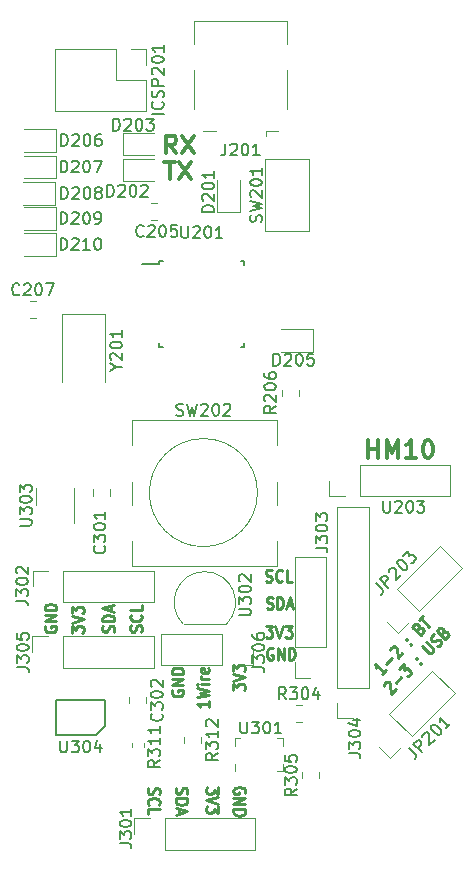
<source format=gbr>
G04 #@! TF.GenerationSoftware,KiCad,Pcbnew,(5.0.0)*
G04 #@! TF.CreationDate,2021-03-27T00:22:30-04:00*
G04 #@! TF.ProjectId,Section_SensorBlock,53656374696F6E5F53656E736F72426C,1.0*
G04 #@! TF.SameCoordinates,Original*
G04 #@! TF.FileFunction,Legend,Top*
G04 #@! TF.FilePolarity,Positive*
%FSLAX46Y46*%
G04 Gerber Fmt 4.6, Leading zero omitted, Abs format (unit mm)*
G04 Created by KiCad (PCBNEW (5.0.0)) date 03/27/21 00:22:30*
%MOMM*%
%LPD*%
G01*
G04 APERTURE LIST*
%ADD10C,0.225000*%
%ADD11C,0.300000*%
%ADD12C,0.120000*%
%ADD13C,0.150000*%
%ADD14C,0.100000*%
G04 APERTURE END LIST*
D10*
X153250000Y-121864285D02*
X153297619Y-121778571D01*
X153297619Y-121650000D01*
X153250000Y-121521428D01*
X153154761Y-121435714D01*
X153059523Y-121392857D01*
X152869047Y-121350000D01*
X152726190Y-121350000D01*
X152535714Y-121392857D01*
X152440476Y-121435714D01*
X152345238Y-121521428D01*
X152297619Y-121650000D01*
X152297619Y-121735714D01*
X152345238Y-121864285D01*
X152392857Y-121907142D01*
X152726190Y-121907142D01*
X152726190Y-121735714D01*
X152297619Y-122292857D02*
X153297619Y-122292857D01*
X152297619Y-122807142D01*
X153297619Y-122807142D01*
X152297619Y-123235714D02*
X153297619Y-123235714D01*
X153297619Y-123450000D01*
X153250000Y-123578571D01*
X153154761Y-123664285D01*
X153059523Y-123707142D01*
X152869047Y-123750000D01*
X152726190Y-123750000D01*
X152535714Y-123707142D01*
X152440476Y-123664285D01*
X152345238Y-123578571D01*
X152297619Y-123450000D01*
X152297619Y-123235714D01*
X150997619Y-121335714D02*
X150997619Y-121892857D01*
X150616666Y-121592857D01*
X150616666Y-121721428D01*
X150569047Y-121807142D01*
X150521428Y-121850000D01*
X150426190Y-121892857D01*
X150188095Y-121892857D01*
X150092857Y-121850000D01*
X150045238Y-121807142D01*
X149997619Y-121721428D01*
X149997619Y-121464285D01*
X150045238Y-121378571D01*
X150092857Y-121335714D01*
X150997619Y-122150000D02*
X149997619Y-122450000D01*
X150997619Y-122750000D01*
X150997619Y-122964285D02*
X150997619Y-123521428D01*
X150616666Y-123221428D01*
X150616666Y-123350000D01*
X150569047Y-123435714D01*
X150521428Y-123478571D01*
X150426190Y-123521428D01*
X150188095Y-123521428D01*
X150092857Y-123478571D01*
X150045238Y-123435714D01*
X149997619Y-123350000D01*
X149997619Y-123092857D01*
X150045238Y-123007142D01*
X150092857Y-122964285D01*
X147445238Y-121407142D02*
X147397619Y-121535714D01*
X147397619Y-121750000D01*
X147445238Y-121835714D01*
X147492857Y-121878571D01*
X147588095Y-121921428D01*
X147683333Y-121921428D01*
X147778571Y-121878571D01*
X147826190Y-121835714D01*
X147873809Y-121750000D01*
X147921428Y-121578571D01*
X147969047Y-121492857D01*
X148016666Y-121450000D01*
X148111904Y-121407142D01*
X148207142Y-121407142D01*
X148302380Y-121450000D01*
X148350000Y-121492857D01*
X148397619Y-121578571D01*
X148397619Y-121792857D01*
X148350000Y-121921428D01*
X147397619Y-122307142D02*
X148397619Y-122307142D01*
X148397619Y-122521428D01*
X148350000Y-122650000D01*
X148254761Y-122735714D01*
X148159523Y-122778571D01*
X147969047Y-122821428D01*
X147826190Y-122821428D01*
X147635714Y-122778571D01*
X147540476Y-122735714D01*
X147445238Y-122650000D01*
X147397619Y-122521428D01*
X147397619Y-122307142D01*
X147683333Y-123164285D02*
X147683333Y-123592857D01*
X147397619Y-123078571D02*
X148397619Y-123378571D01*
X147397619Y-123678571D01*
X145095238Y-121428571D02*
X145047619Y-121557142D01*
X145047619Y-121771428D01*
X145095238Y-121857142D01*
X145142857Y-121900000D01*
X145238095Y-121942857D01*
X145333333Y-121942857D01*
X145428571Y-121900000D01*
X145476190Y-121857142D01*
X145523809Y-121771428D01*
X145571428Y-121600000D01*
X145619047Y-121514285D01*
X145666666Y-121471428D01*
X145761904Y-121428571D01*
X145857142Y-121428571D01*
X145952380Y-121471428D01*
X146000000Y-121514285D01*
X146047619Y-121600000D01*
X146047619Y-121814285D01*
X146000000Y-121942857D01*
X145142857Y-122842857D02*
X145095238Y-122800000D01*
X145047619Y-122671428D01*
X145047619Y-122585714D01*
X145095238Y-122457142D01*
X145190476Y-122371428D01*
X145285714Y-122328571D01*
X145476190Y-122285714D01*
X145619047Y-122285714D01*
X145809523Y-122328571D01*
X145904761Y-122371428D01*
X146000000Y-122457142D01*
X146047619Y-122585714D01*
X146047619Y-122671428D01*
X146000000Y-122800000D01*
X145952380Y-122842857D01*
X145047619Y-123657142D02*
X145047619Y-123228571D01*
X146047619Y-123228571D01*
D11*
X163685714Y-93478571D02*
X163685714Y-91978571D01*
X163685714Y-92692857D02*
X164542857Y-92692857D01*
X164542857Y-93478571D02*
X164542857Y-91978571D01*
X165257142Y-93478571D02*
X165257142Y-91978571D01*
X165757142Y-93050000D01*
X166257142Y-91978571D01*
X166257142Y-93478571D01*
X167757142Y-93478571D02*
X166900000Y-93478571D01*
X167328571Y-93478571D02*
X167328571Y-91978571D01*
X167185714Y-92192857D01*
X167042857Y-92335714D01*
X166900000Y-92407142D01*
X168685714Y-91978571D02*
X168828571Y-91978571D01*
X168971428Y-92050000D01*
X169042857Y-92121428D01*
X169114285Y-92264285D01*
X169185714Y-92550000D01*
X169185714Y-92907142D01*
X169114285Y-93192857D01*
X169042857Y-93335714D01*
X168971428Y-93407142D01*
X168828571Y-93478571D01*
X168685714Y-93478571D01*
X168542857Y-93407142D01*
X168471428Y-93335714D01*
X168400000Y-93192857D01*
X168328571Y-92907142D01*
X168328571Y-92550000D01*
X168400000Y-92264285D01*
X168471428Y-92121428D01*
X168542857Y-92050000D01*
X168685714Y-91978571D01*
D10*
X165197793Y-111422210D02*
X164834138Y-111785865D01*
X165015965Y-111604037D02*
X164308858Y-110896930D01*
X164349264Y-111058555D01*
X164355999Y-111186507D01*
X164329061Y-111280788D01*
X165201160Y-110880095D02*
X165686033Y-110395221D01*
X165588385Y-109752091D02*
X165585018Y-109688115D01*
X165611955Y-109593834D01*
X165763478Y-109442311D01*
X165857759Y-109415373D01*
X165921735Y-109418740D01*
X166019383Y-109455779D01*
X166086727Y-109523123D01*
X166157437Y-109654443D01*
X166197844Y-110422159D01*
X166591803Y-110028199D01*
X167282074Y-109203241D02*
X167346050Y-109206608D01*
X167349417Y-109270585D01*
X167285441Y-109267218D01*
X167282074Y-109203241D01*
X167349417Y-109270585D01*
X166911685Y-108832852D02*
X166975661Y-108836219D01*
X166979028Y-108900196D01*
X166915052Y-108896828D01*
X166911685Y-108832852D01*
X166979028Y-108900196D01*
X167979079Y-107900144D02*
X168103665Y-107842903D01*
X168167641Y-107846270D01*
X168265289Y-107883309D01*
X168366304Y-107984324D01*
X168403343Y-108081972D01*
X168406710Y-108145948D01*
X168379773Y-108240229D01*
X168137336Y-108482666D01*
X167430230Y-107775559D01*
X167642362Y-107563427D01*
X167736643Y-107536490D01*
X167800619Y-107539857D01*
X167898267Y-107576896D01*
X167965611Y-107644239D01*
X168002649Y-107741887D01*
X168006017Y-107805864D01*
X167979079Y-107900144D01*
X167766947Y-108112277D01*
X167975712Y-107230077D02*
X168339367Y-106866422D01*
X168864646Y-107755356D02*
X168157540Y-107048249D01*
X165020174Y-112759820D02*
X165016807Y-112695844D01*
X165043744Y-112601563D01*
X165195267Y-112450040D01*
X165289548Y-112423102D01*
X165353524Y-112426469D01*
X165451172Y-112463508D01*
X165518516Y-112530852D01*
X165589226Y-112662172D01*
X165629633Y-113429888D01*
X166023592Y-113035928D01*
X166026959Y-112493813D02*
X166511832Y-112008940D01*
X166316536Y-111328770D02*
X166710496Y-110934811D01*
X166767738Y-111416317D01*
X166858652Y-111325403D01*
X166952932Y-111298466D01*
X167016909Y-111301833D01*
X167114557Y-111338872D01*
X167282916Y-111507231D01*
X167319955Y-111604879D01*
X167323322Y-111668855D01*
X167296384Y-111763136D01*
X167114557Y-111944963D01*
X167020276Y-111971901D01*
X166956300Y-111968534D01*
X168107874Y-110816960D02*
X168171850Y-110820327D01*
X168175217Y-110884303D01*
X168111241Y-110880936D01*
X168107874Y-110816960D01*
X168175217Y-110884303D01*
X167737484Y-110446571D02*
X167801461Y-110449938D01*
X167804828Y-110513914D01*
X167740851Y-110510547D01*
X167737484Y-110446571D01*
X167804828Y-110513914D01*
X168256029Y-109389278D02*
X168828449Y-109961697D01*
X168926097Y-109998736D01*
X168990073Y-110002103D01*
X169084354Y-109975166D01*
X169205573Y-109853948D01*
X169232510Y-109759667D01*
X169229143Y-109695690D01*
X169192104Y-109598042D01*
X168619684Y-109025623D01*
X169565860Y-109426316D02*
X169690446Y-109369074D01*
X169841969Y-109217552D01*
X169868906Y-109123271D01*
X169865539Y-109059294D01*
X169828500Y-108961646D01*
X169761156Y-108894303D01*
X169663508Y-108857264D01*
X169599532Y-108853897D01*
X169505251Y-108880834D01*
X169350361Y-108968381D01*
X169256080Y-108995318D01*
X169192104Y-108991951D01*
X169094456Y-108954912D01*
X169027112Y-108887568D01*
X168990073Y-108789920D01*
X168986706Y-108725944D01*
X169013644Y-108631663D01*
X169165166Y-108480140D01*
X169289752Y-108422898D01*
X170077671Y-108241071D02*
X170202256Y-108183829D01*
X170266233Y-108187196D01*
X170363881Y-108224235D01*
X170464896Y-108325250D01*
X170501935Y-108422898D01*
X170505302Y-108486875D01*
X170478365Y-108581155D01*
X170235928Y-108823592D01*
X169528821Y-108116485D01*
X169740953Y-107904353D01*
X169835234Y-107877416D01*
X169899211Y-107880783D01*
X169996859Y-107917822D01*
X170064202Y-107985165D01*
X170101241Y-108082814D01*
X170104608Y-108146790D01*
X170077671Y-108241071D01*
X169865539Y-108453203D01*
X150202380Y-114035714D02*
X150202380Y-114550000D01*
X150202380Y-114292857D02*
X149202380Y-114292857D01*
X149345238Y-114378571D01*
X149440476Y-114464285D01*
X149488095Y-114550000D01*
X149202380Y-113735714D02*
X150202380Y-113521428D01*
X149488095Y-113350000D01*
X150202380Y-113178571D01*
X149202380Y-112964285D01*
X150202380Y-112621428D02*
X149535714Y-112621428D01*
X149202380Y-112621428D02*
X149250000Y-112664285D01*
X149297619Y-112621428D01*
X149250000Y-112578571D01*
X149202380Y-112621428D01*
X149297619Y-112621428D01*
X150202380Y-112192857D02*
X149535714Y-112192857D01*
X149726190Y-112192857D02*
X149630952Y-112150000D01*
X149583333Y-112107142D01*
X149535714Y-112021428D01*
X149535714Y-111935714D01*
X150154761Y-111292857D02*
X150202380Y-111378571D01*
X150202380Y-111550000D01*
X150154761Y-111635714D01*
X150059523Y-111678571D01*
X149678571Y-111678571D01*
X149583333Y-111635714D01*
X149535714Y-111550000D01*
X149535714Y-111378571D01*
X149583333Y-111292857D01*
X149678571Y-111250000D01*
X149773809Y-111250000D01*
X149869047Y-111678571D01*
X147100000Y-113135714D02*
X147052380Y-113221428D01*
X147052380Y-113350000D01*
X147100000Y-113478571D01*
X147195238Y-113564285D01*
X147290476Y-113607142D01*
X147480952Y-113650000D01*
X147623809Y-113650000D01*
X147814285Y-113607142D01*
X147909523Y-113564285D01*
X148004761Y-113478571D01*
X148052380Y-113350000D01*
X148052380Y-113264285D01*
X148004761Y-113135714D01*
X147957142Y-113092857D01*
X147623809Y-113092857D01*
X147623809Y-113264285D01*
X148052380Y-112707142D02*
X147052380Y-112707142D01*
X148052380Y-112192857D01*
X147052380Y-112192857D01*
X148052380Y-111764285D02*
X147052380Y-111764285D01*
X147052380Y-111550000D01*
X147100000Y-111421428D01*
X147195238Y-111335714D01*
X147290476Y-111292857D01*
X147480952Y-111250000D01*
X147623809Y-111250000D01*
X147814285Y-111292857D01*
X147909523Y-111335714D01*
X148004761Y-111421428D01*
X148052380Y-111550000D01*
X148052380Y-111764285D01*
X152252380Y-113164285D02*
X152252380Y-112607142D01*
X152633333Y-112907142D01*
X152633333Y-112778571D01*
X152680952Y-112692857D01*
X152728571Y-112650000D01*
X152823809Y-112607142D01*
X153061904Y-112607142D01*
X153157142Y-112650000D01*
X153204761Y-112692857D01*
X153252380Y-112778571D01*
X153252380Y-113035714D01*
X153204761Y-113121428D01*
X153157142Y-113164285D01*
X152252380Y-112350000D02*
X153252380Y-112050000D01*
X152252380Y-111750000D01*
X152252380Y-111535714D02*
X152252380Y-110978571D01*
X152633333Y-111278571D01*
X152633333Y-111150000D01*
X152680952Y-111064285D01*
X152728571Y-111021428D01*
X152823809Y-110978571D01*
X153061904Y-110978571D01*
X153157142Y-111021428D01*
X153204761Y-111064285D01*
X153252380Y-111150000D01*
X153252380Y-111407142D01*
X153204761Y-111492857D01*
X153157142Y-111535714D01*
X155107142Y-106204761D02*
X155235714Y-106252380D01*
X155450000Y-106252380D01*
X155535714Y-106204761D01*
X155578571Y-106157142D01*
X155621428Y-106061904D01*
X155621428Y-105966666D01*
X155578571Y-105871428D01*
X155535714Y-105823809D01*
X155450000Y-105776190D01*
X155278571Y-105728571D01*
X155192857Y-105680952D01*
X155150000Y-105633333D01*
X155107142Y-105538095D01*
X155107142Y-105442857D01*
X155150000Y-105347619D01*
X155192857Y-105300000D01*
X155278571Y-105252380D01*
X155492857Y-105252380D01*
X155621428Y-105300000D01*
X156007142Y-106252380D02*
X156007142Y-105252380D01*
X156221428Y-105252380D01*
X156350000Y-105300000D01*
X156435714Y-105395238D01*
X156478571Y-105490476D01*
X156521428Y-105680952D01*
X156521428Y-105823809D01*
X156478571Y-106014285D01*
X156435714Y-106109523D01*
X156350000Y-106204761D01*
X156221428Y-106252380D01*
X156007142Y-106252380D01*
X156864285Y-105966666D02*
X157292857Y-105966666D01*
X156778571Y-106252380D02*
X157078571Y-105252380D01*
X157378571Y-106252380D01*
X155035714Y-107702380D02*
X155592857Y-107702380D01*
X155292857Y-108083333D01*
X155421428Y-108083333D01*
X155507142Y-108130952D01*
X155550000Y-108178571D01*
X155592857Y-108273809D01*
X155592857Y-108511904D01*
X155550000Y-108607142D01*
X155507142Y-108654761D01*
X155421428Y-108702380D01*
X155164285Y-108702380D01*
X155078571Y-108654761D01*
X155035714Y-108607142D01*
X155850000Y-107702380D02*
X156150000Y-108702380D01*
X156450000Y-107702380D01*
X156664285Y-107702380D02*
X157221428Y-107702380D01*
X156921428Y-108083333D01*
X157050000Y-108083333D01*
X157135714Y-108130952D01*
X157178571Y-108178571D01*
X157221428Y-108273809D01*
X157221428Y-108511904D01*
X157178571Y-108607142D01*
X157135714Y-108654761D01*
X157050000Y-108702380D01*
X156792857Y-108702380D01*
X156707142Y-108654761D01*
X156664285Y-108607142D01*
X155028571Y-103904761D02*
X155157142Y-103952380D01*
X155371428Y-103952380D01*
X155457142Y-103904761D01*
X155500000Y-103857142D01*
X155542857Y-103761904D01*
X155542857Y-103666666D01*
X155500000Y-103571428D01*
X155457142Y-103523809D01*
X155371428Y-103476190D01*
X155200000Y-103428571D01*
X155114285Y-103380952D01*
X155071428Y-103333333D01*
X155028571Y-103238095D01*
X155028571Y-103142857D01*
X155071428Y-103047619D01*
X155114285Y-103000000D01*
X155200000Y-102952380D01*
X155414285Y-102952380D01*
X155542857Y-103000000D01*
X156442857Y-103857142D02*
X156400000Y-103904761D01*
X156271428Y-103952380D01*
X156185714Y-103952380D01*
X156057142Y-103904761D01*
X155971428Y-103809523D01*
X155928571Y-103714285D01*
X155885714Y-103523809D01*
X155885714Y-103380952D01*
X155928571Y-103190476D01*
X155971428Y-103095238D01*
X156057142Y-103000000D01*
X156185714Y-102952380D01*
X156271428Y-102952380D01*
X156400000Y-103000000D01*
X156442857Y-103047619D01*
X157257142Y-103952380D02*
X156828571Y-103952380D01*
X156828571Y-102952380D01*
X155614285Y-109600000D02*
X155528571Y-109552380D01*
X155400000Y-109552380D01*
X155271428Y-109600000D01*
X155185714Y-109695238D01*
X155142857Y-109790476D01*
X155100000Y-109980952D01*
X155100000Y-110123809D01*
X155142857Y-110314285D01*
X155185714Y-110409523D01*
X155271428Y-110504761D01*
X155400000Y-110552380D01*
X155485714Y-110552380D01*
X155614285Y-110504761D01*
X155657142Y-110457142D01*
X155657142Y-110123809D01*
X155485714Y-110123809D01*
X156042857Y-110552380D02*
X156042857Y-109552380D01*
X156557142Y-110552380D01*
X156557142Y-109552380D01*
X156985714Y-110552380D02*
X156985714Y-109552380D01*
X157200000Y-109552380D01*
X157328571Y-109600000D01*
X157414285Y-109695238D01*
X157457142Y-109790476D01*
X157500000Y-109980952D01*
X157500000Y-110123809D01*
X157457142Y-110314285D01*
X157414285Y-110409523D01*
X157328571Y-110504761D01*
X157200000Y-110552380D01*
X156985714Y-110552380D01*
X144504761Y-108171428D02*
X144552380Y-108042857D01*
X144552380Y-107828571D01*
X144504761Y-107742857D01*
X144457142Y-107700000D01*
X144361904Y-107657142D01*
X144266666Y-107657142D01*
X144171428Y-107700000D01*
X144123809Y-107742857D01*
X144076190Y-107828571D01*
X144028571Y-108000000D01*
X143980952Y-108085714D01*
X143933333Y-108128571D01*
X143838095Y-108171428D01*
X143742857Y-108171428D01*
X143647619Y-108128571D01*
X143600000Y-108085714D01*
X143552380Y-108000000D01*
X143552380Y-107785714D01*
X143600000Y-107657142D01*
X144457142Y-106757142D02*
X144504761Y-106800000D01*
X144552380Y-106928571D01*
X144552380Y-107014285D01*
X144504761Y-107142857D01*
X144409523Y-107228571D01*
X144314285Y-107271428D01*
X144123809Y-107314285D01*
X143980952Y-107314285D01*
X143790476Y-107271428D01*
X143695238Y-107228571D01*
X143600000Y-107142857D01*
X143552380Y-107014285D01*
X143552380Y-106928571D01*
X143600000Y-106800000D01*
X143647619Y-106757142D01*
X144552380Y-105942857D02*
X144552380Y-106371428D01*
X143552380Y-106371428D01*
X142154761Y-108192857D02*
X142202380Y-108064285D01*
X142202380Y-107850000D01*
X142154761Y-107764285D01*
X142107142Y-107721428D01*
X142011904Y-107678571D01*
X141916666Y-107678571D01*
X141821428Y-107721428D01*
X141773809Y-107764285D01*
X141726190Y-107850000D01*
X141678571Y-108021428D01*
X141630952Y-108107142D01*
X141583333Y-108150000D01*
X141488095Y-108192857D01*
X141392857Y-108192857D01*
X141297619Y-108150000D01*
X141250000Y-108107142D01*
X141202380Y-108021428D01*
X141202380Y-107807142D01*
X141250000Y-107678571D01*
X142202380Y-107292857D02*
X141202380Y-107292857D01*
X141202380Y-107078571D01*
X141250000Y-106950000D01*
X141345238Y-106864285D01*
X141440476Y-106821428D01*
X141630952Y-106778571D01*
X141773809Y-106778571D01*
X141964285Y-106821428D01*
X142059523Y-106864285D01*
X142154761Y-106950000D01*
X142202380Y-107078571D01*
X142202380Y-107292857D01*
X141916666Y-106435714D02*
X141916666Y-106007142D01*
X142202380Y-106521428D02*
X141202380Y-106221428D01*
X142202380Y-105921428D01*
X138602380Y-108264285D02*
X138602380Y-107707142D01*
X138983333Y-108007142D01*
X138983333Y-107878571D01*
X139030952Y-107792857D01*
X139078571Y-107750000D01*
X139173809Y-107707142D01*
X139411904Y-107707142D01*
X139507142Y-107750000D01*
X139554761Y-107792857D01*
X139602380Y-107878571D01*
X139602380Y-108135714D01*
X139554761Y-108221428D01*
X139507142Y-108264285D01*
X138602380Y-107450000D02*
X139602380Y-107150000D01*
X138602380Y-106850000D01*
X138602380Y-106635714D02*
X138602380Y-106078571D01*
X138983333Y-106378571D01*
X138983333Y-106250000D01*
X139030952Y-106164285D01*
X139078571Y-106121428D01*
X139173809Y-106078571D01*
X139411904Y-106078571D01*
X139507142Y-106121428D01*
X139554761Y-106164285D01*
X139602380Y-106250000D01*
X139602380Y-106507142D01*
X139554761Y-106592857D01*
X139507142Y-106635714D01*
X136350000Y-107735714D02*
X136302380Y-107821428D01*
X136302380Y-107950000D01*
X136350000Y-108078571D01*
X136445238Y-108164285D01*
X136540476Y-108207142D01*
X136730952Y-108250000D01*
X136873809Y-108250000D01*
X137064285Y-108207142D01*
X137159523Y-108164285D01*
X137254761Y-108078571D01*
X137302380Y-107950000D01*
X137302380Y-107864285D01*
X137254761Y-107735714D01*
X137207142Y-107692857D01*
X136873809Y-107692857D01*
X136873809Y-107864285D01*
X137302380Y-107307142D02*
X136302380Y-107307142D01*
X137302380Y-106792857D01*
X136302380Y-106792857D01*
X137302380Y-106364285D02*
X136302380Y-106364285D01*
X136302380Y-106150000D01*
X136350000Y-106021428D01*
X136445238Y-105935714D01*
X136540476Y-105892857D01*
X136730952Y-105850000D01*
X136873809Y-105850000D01*
X137064285Y-105892857D01*
X137159523Y-105935714D01*
X137254761Y-106021428D01*
X137302380Y-106150000D01*
X137302380Y-106364285D01*
D11*
X147450000Y-67678571D02*
X146950000Y-66964285D01*
X146592857Y-67678571D02*
X146592857Y-66178571D01*
X147164285Y-66178571D01*
X147307142Y-66250000D01*
X147378571Y-66321428D01*
X147450000Y-66464285D01*
X147450000Y-66678571D01*
X147378571Y-66821428D01*
X147307142Y-66892857D01*
X147164285Y-66964285D01*
X146592857Y-66964285D01*
X147950000Y-66178571D02*
X148950000Y-67678571D01*
X148950000Y-66178571D02*
X147950000Y-67678571D01*
X146457142Y-68378571D02*
X147314285Y-68378571D01*
X146885714Y-69878571D02*
X146885714Y-68378571D01*
X147671428Y-68378571D02*
X148671428Y-69878571D01*
X148671428Y-68378571D02*
X147671428Y-69878571D01*
D12*
G04 #@! TO.C,J304*
X163730000Y-112930000D02*
X161070000Y-112930000D01*
X163730000Y-112930000D02*
X163730000Y-97630000D01*
X163730000Y-97630000D02*
X161070000Y-97630000D01*
X161070000Y-112930000D02*
X161070000Y-97630000D01*
X161070000Y-115530000D02*
X161070000Y-114200000D01*
X162400000Y-115530000D02*
X161070000Y-115530000D01*
G04 #@! TO.C,JP201*
X171023006Y-113407898D02*
X169142102Y-111526994D01*
X167388478Y-117042426D02*
X171023006Y-113407898D01*
X165507574Y-115161522D02*
X169142102Y-111526994D01*
X167388478Y-117042426D02*
X165507574Y-115161522D01*
X166490452Y-117940452D02*
X165550000Y-118880904D01*
X165550000Y-118880904D02*
X164609548Y-117940452D01*
G04 #@! TO.C,JP203*
X166200000Y-108280904D02*
X165259548Y-107340452D01*
X167140452Y-107340452D02*
X166200000Y-108280904D01*
X168038478Y-106442426D02*
X166157574Y-104561522D01*
X166157574Y-104561522D02*
X169792102Y-100926994D01*
X168038478Y-106442426D02*
X171673006Y-102807898D01*
X171673006Y-102807898D02*
X169792102Y-100926994D01*
G04 #@! TO.C,C205*
X145341422Y-73310000D02*
X145858578Y-73310000D01*
X145341422Y-71890000D02*
X145858578Y-71890000D01*
G04 #@! TO.C,C301*
X140390000Y-96141422D02*
X140390000Y-96658578D01*
X141810000Y-96141422D02*
X141810000Y-96658578D01*
G04 #@! TO.C,C302*
X144910001Y-113741422D02*
X144910001Y-114258578D01*
X143490001Y-113741422D02*
X143490001Y-114258578D01*
G04 #@! TO.C,D201*
X150890000Y-69950000D02*
X150890000Y-72635000D01*
X150890000Y-72635000D02*
X152810000Y-72635000D01*
X152810000Y-72635000D02*
X152810000Y-69950000D01*
G04 #@! TO.C,D202*
X145600000Y-68140000D02*
X142915000Y-68140000D01*
X142915000Y-68140000D02*
X142915000Y-70060000D01*
X142915000Y-70060000D02*
X145600000Y-70060000D01*
G04 #@! TO.C,D203*
X142915000Y-67860000D02*
X145600000Y-67860000D01*
X142915000Y-65940000D02*
X142915000Y-67860000D01*
X145600000Y-65940000D02*
X142915000Y-65940000D01*
G04 #@! TO.C,D205*
X159047499Y-82590000D02*
X156362499Y-82590000D01*
X159047499Y-84510000D02*
X159047499Y-82590000D01*
X156362499Y-84510000D02*
X159047499Y-84510000D01*
G04 #@! TO.C,D206*
X134550000Y-67559999D02*
X137235000Y-67559999D01*
X137235000Y-67559999D02*
X137235000Y-65639999D01*
X137235000Y-65639999D02*
X134550000Y-65639999D01*
G04 #@! TO.C,D207*
X137235000Y-67890000D02*
X134550000Y-67890000D01*
X137235000Y-69810000D02*
X137235000Y-67890000D01*
X134550000Y-69810000D02*
X137235000Y-69810000D01*
G04 #@! TO.C,D208*
X134505000Y-72039999D02*
X137190000Y-72039999D01*
X137190000Y-72039999D02*
X137190000Y-70119999D01*
X137190000Y-70119999D02*
X134505000Y-70119999D01*
G04 #@! TO.C,D209*
X137235001Y-72240000D02*
X134550001Y-72240000D01*
X137235001Y-74160000D02*
X137235001Y-72240000D01*
X134550001Y-74160000D02*
X137235001Y-74160000D01*
G04 #@! TO.C,D210*
X134550000Y-76360000D02*
X137235000Y-76360000D01*
X137235000Y-76360000D02*
X137235000Y-74440000D01*
X137235000Y-74440000D02*
X134550000Y-74440000D01*
G04 #@! TO.C,ICSP201*
X137190000Y-58870000D02*
X137190000Y-64070000D01*
X142330000Y-58870000D02*
X137190000Y-58870000D01*
X144930000Y-64070000D02*
X137190000Y-64070000D01*
X142330000Y-58870000D02*
X142330000Y-61470000D01*
X142330000Y-61470000D02*
X144930000Y-61470000D01*
X144930000Y-61470000D02*
X144930000Y-64070000D01*
X143600000Y-58870000D02*
X144930000Y-58870000D01*
X144930000Y-58870000D02*
X144930000Y-60200000D01*
G04 #@! TO.C,J201*
X148990000Y-56490000D02*
X156810000Y-56490000D01*
X155010000Y-65810000D02*
X155010000Y-66240000D01*
X148990000Y-56490000D02*
X148990000Y-58440000D01*
X148990000Y-60660000D02*
X148990000Y-63890000D01*
X150790000Y-65810000D02*
X149710000Y-65810000D01*
X156090000Y-65810000D02*
X155010000Y-65810000D01*
X156810000Y-60660000D02*
X156810000Y-63890000D01*
X156810000Y-56490000D02*
X156810000Y-58440000D01*
G04 #@! TO.C,J301*
X146470000Y-126630000D02*
X146470000Y-123970000D01*
X146470000Y-126630000D02*
X154150000Y-126630000D01*
X154150000Y-126630000D02*
X154150000Y-123970000D01*
X146470000Y-123970000D02*
X154150000Y-123970000D01*
X143870000Y-123970000D02*
X145200000Y-123970000D01*
X143870000Y-125300000D02*
X143870000Y-123970000D01*
G04 #@! TO.C,J302*
X135290000Y-104350000D02*
X135290000Y-103020000D01*
X135290000Y-103020000D02*
X136620000Y-103020000D01*
X137890000Y-103020000D02*
X145570000Y-103020000D01*
X145570000Y-105680000D02*
X145570000Y-103020000D01*
X137890000Y-105680000D02*
X145570000Y-105680000D01*
X137890000Y-105680000D02*
X137890000Y-103020000D01*
G04 #@! TO.C,J306*
X151330000Y-108370000D02*
X151330000Y-111030000D01*
X151330000Y-108370000D02*
X146190000Y-108370000D01*
X146190000Y-108370000D02*
X146190000Y-111030000D01*
X151330000Y-111030000D02*
X146190000Y-111030000D01*
X153930000Y-111030000D02*
X152600000Y-111030000D01*
X153930000Y-109700000D02*
X153930000Y-111030000D01*
G04 #@! TO.C,R206*
X157810000Y-88208578D02*
X157810000Y-87691422D01*
X156390000Y-88208578D02*
X156390000Y-87691422D01*
G04 #@! TO.C,R304*
X157591422Y-114390000D02*
X158108578Y-114390000D01*
X157591422Y-115810000D02*
X158108578Y-115810000D01*
G04 #@! TO.C,R305*
X159560000Y-120608578D02*
X159560000Y-120091422D01*
X158140000Y-120608578D02*
X158140000Y-120091422D01*
G04 #@! TO.C,R311*
X143690000Y-117912779D02*
X143690000Y-117587221D01*
X144710000Y-117912779D02*
X144710000Y-117587221D01*
G04 #@! TO.C,R312*
X148140000Y-117091422D02*
X148140000Y-117608578D01*
X149560000Y-117091422D02*
X149560000Y-117608578D01*
G04 #@! TO.C,SW202*
X156000000Y-95480000D02*
X156000000Y-97420000D01*
X156000000Y-90300000D02*
X156000000Y-92420000D01*
X143700000Y-90300000D02*
X156000000Y-90300000D01*
X143700000Y-92420000D02*
X143700000Y-90300000D01*
X143700000Y-97420000D02*
X143700000Y-95480000D01*
X143700000Y-102600000D02*
X143700000Y-100480000D01*
X156000000Y-102600000D02*
X143700000Y-102600000D01*
X156000000Y-100480000D02*
X156000000Y-102600000D01*
X154329050Y-96410000D02*
G75*
G03X154329050Y-96410000I-4579050J0D01*
G01*
D13*
G04 #@! TO.C,U201*
X145975000Y-76825000D02*
X145975000Y-77050000D01*
X153225000Y-76825000D02*
X153225000Y-77150000D01*
X153225000Y-84075000D02*
X153225000Y-83750000D01*
X145975000Y-84075000D02*
X145975000Y-83750000D01*
X145975000Y-76825000D02*
X146300000Y-76825000D01*
X145975000Y-84075000D02*
X146300000Y-84075000D01*
X153225000Y-84075000D02*
X152900000Y-84075000D01*
X153225000Y-76825000D02*
X152900000Y-76825000D01*
X145975000Y-77050000D02*
X144550000Y-77050000D01*
D12*
G04 #@! TO.C,U203*
X170650000Y-96730000D02*
X170650000Y-94070000D01*
X162970000Y-96730000D02*
X170650000Y-96730000D01*
X162970000Y-94070000D02*
X170650000Y-94070000D01*
X162970000Y-96730000D02*
X162970000Y-94070000D01*
X161700000Y-96730000D02*
X160370000Y-96730000D01*
X160370000Y-96730000D02*
X160370000Y-95400000D01*
D14*
G04 #@! TO.C,U301*
X156020000Y-120000000D02*
X156500000Y-120000000D01*
X156500000Y-120000000D02*
X156500000Y-119360000D01*
X152400000Y-120000000D02*
X152400000Y-119360000D01*
X156500000Y-117840000D02*
X156500000Y-117200000D01*
X156020000Y-117200000D02*
X156500000Y-117200000D01*
X152400000Y-117840000D02*
X152400000Y-117200000D01*
X152400000Y-117200000D02*
X152880000Y-117200000D01*
D12*
G04 #@! TO.C,U302*
X148070000Y-107550000D02*
X151670000Y-107550000D01*
X148031522Y-107538478D02*
G75*
G02X149870000Y-103100000I1838478J1838478D01*
G01*
X151708478Y-107538478D02*
G75*
G03X149870000Y-103100000I-1838478J1838478D01*
G01*
D13*
G04 #@! TO.C,U304*
X141425000Y-116150000D02*
X140625000Y-116950000D01*
X140625000Y-116950000D02*
X137275000Y-116950000D01*
X137275000Y-116950000D02*
X137275000Y-113950000D01*
X137275000Y-113950000D02*
X141425000Y-113950000D01*
X141425000Y-113950000D02*
X141425000Y-116150000D01*
D12*
G04 #@! TO.C,Y201*
X141400000Y-87050000D02*
X141400000Y-81300000D01*
X141400000Y-81300000D02*
X137800000Y-81300000D01*
X137800000Y-81300000D02*
X137800000Y-87050000D01*
G04 #@! TO.C,SW201*
X155000000Y-74260000D02*
X155000000Y-68140000D01*
X155000000Y-68140000D02*
X158700000Y-68140000D01*
X158700000Y-68140000D02*
X158700000Y-74260000D01*
X158700000Y-74260000D02*
X155000000Y-74260000D01*
G04 #@! TO.C,C207*
X135041422Y-80190000D02*
X135558578Y-80190000D01*
X135041422Y-81610000D02*
X135558578Y-81610000D01*
G04 #@! TO.C,U303*
X135590000Y-97500000D02*
X135590000Y-96000000D01*
X138810000Y-99000000D02*
X138810000Y-96000000D01*
G04 #@! TO.C,J303*
X158800000Y-112110000D02*
X157470000Y-112110000D01*
X157470000Y-112110000D02*
X157470000Y-110780000D01*
X157470000Y-109510000D02*
X157470000Y-101830000D01*
X160130000Y-101830000D02*
X157470000Y-101830000D01*
X160130000Y-109510000D02*
X160130000Y-101830000D01*
X160130000Y-109510000D02*
X157470000Y-109510000D01*
G04 #@! TO.C,J305*
X137870000Y-111230000D02*
X137870000Y-108570000D01*
X137870000Y-111230000D02*
X145550000Y-111230000D01*
X145550000Y-111230000D02*
X145550000Y-108570000D01*
X137870000Y-108570000D02*
X145550000Y-108570000D01*
X135270000Y-108570000D02*
X136600000Y-108570000D01*
X135270000Y-109900000D02*
X135270000Y-108570000D01*
G04 #@! TO.C,J304*
D13*
X162052380Y-118485714D02*
X162766666Y-118485714D01*
X162909523Y-118533333D01*
X163004761Y-118628571D01*
X163052380Y-118771428D01*
X163052380Y-118866666D01*
X162052380Y-118104761D02*
X162052380Y-117485714D01*
X162433333Y-117819047D01*
X162433333Y-117676190D01*
X162480952Y-117580952D01*
X162528571Y-117533333D01*
X162623809Y-117485714D01*
X162861904Y-117485714D01*
X162957142Y-117533333D01*
X163004761Y-117580952D01*
X163052380Y-117676190D01*
X163052380Y-117961904D01*
X163004761Y-118057142D01*
X162957142Y-118104761D01*
X162052380Y-116866666D02*
X162052380Y-116771428D01*
X162100000Y-116676190D01*
X162147619Y-116628571D01*
X162242857Y-116580952D01*
X162433333Y-116533333D01*
X162671428Y-116533333D01*
X162861904Y-116580952D01*
X162957142Y-116628571D01*
X163004761Y-116676190D01*
X163052380Y-116771428D01*
X163052380Y-116866666D01*
X163004761Y-116961904D01*
X162957142Y-117009523D01*
X162861904Y-117057142D01*
X162671428Y-117104761D01*
X162433333Y-117104761D01*
X162242857Y-117057142D01*
X162147619Y-117009523D01*
X162100000Y-116961904D01*
X162052380Y-116866666D01*
X162385714Y-115676190D02*
X163052380Y-115676190D01*
X162004761Y-115914285D02*
X162719047Y-116152380D01*
X162719047Y-115533333D01*
G04 #@! TO.C,JP201*
X167200083Y-118025465D02*
X167705159Y-118530541D01*
X167772502Y-118665228D01*
X167772502Y-118799915D01*
X167705159Y-118934602D01*
X167637815Y-119001946D01*
X168243907Y-118395854D02*
X167536800Y-117688748D01*
X167806174Y-117419374D01*
X167907189Y-117385702D01*
X167974533Y-117385702D01*
X168075548Y-117419374D01*
X168176563Y-117520389D01*
X168210235Y-117621404D01*
X168210235Y-117688748D01*
X168176563Y-117789763D01*
X167907189Y-118059137D01*
X168277579Y-117082656D02*
X168277579Y-117015312D01*
X168311250Y-116914297D01*
X168479609Y-116745938D01*
X168580624Y-116712267D01*
X168647968Y-116712267D01*
X168748983Y-116745938D01*
X168816327Y-116813282D01*
X168883670Y-116947969D01*
X168883670Y-117756091D01*
X169321403Y-117318358D01*
X169052029Y-116173519D02*
X169119373Y-116106175D01*
X169220388Y-116072503D01*
X169287731Y-116072503D01*
X169388747Y-116106175D01*
X169557105Y-116207190D01*
X169725464Y-116375549D01*
X169826479Y-116543908D01*
X169860151Y-116644923D01*
X169860151Y-116712267D01*
X169826479Y-116813282D01*
X169759136Y-116880625D01*
X169658121Y-116914297D01*
X169590777Y-116914297D01*
X169489762Y-116880625D01*
X169321403Y-116779610D01*
X169153044Y-116611251D01*
X169052029Y-116442893D01*
X169018357Y-116341877D01*
X169018357Y-116274534D01*
X169052029Y-116173519D01*
X170668273Y-115971488D02*
X170264212Y-116375549D01*
X170466243Y-116173519D02*
X169759136Y-115466412D01*
X169792808Y-115634771D01*
X169792808Y-115769458D01*
X169759136Y-115870473D01*
G04 #@! TO.C,JP203*
X164350084Y-104075465D02*
X164855160Y-104580541D01*
X164922503Y-104715228D01*
X164922503Y-104849915D01*
X164855160Y-104984602D01*
X164787816Y-105051946D01*
X165393908Y-104445854D02*
X164686801Y-103738748D01*
X164956175Y-103469374D01*
X165057190Y-103435702D01*
X165124534Y-103435702D01*
X165225549Y-103469374D01*
X165326564Y-103570389D01*
X165360236Y-103671404D01*
X165360236Y-103738748D01*
X165326564Y-103839763D01*
X165057190Y-104109137D01*
X165427580Y-103132656D02*
X165427580Y-103065312D01*
X165461251Y-102964297D01*
X165629610Y-102795938D01*
X165730625Y-102762267D01*
X165797969Y-102762267D01*
X165898984Y-102795938D01*
X165966328Y-102863282D01*
X166033671Y-102997969D01*
X166033671Y-103806091D01*
X166471404Y-103368358D01*
X166202030Y-102223519D02*
X166269374Y-102156175D01*
X166370389Y-102122503D01*
X166437732Y-102122503D01*
X166538748Y-102156175D01*
X166707106Y-102257190D01*
X166875465Y-102425549D01*
X166976480Y-102593908D01*
X167010152Y-102694923D01*
X167010152Y-102762267D01*
X166976480Y-102863282D01*
X166909137Y-102930625D01*
X166808122Y-102964297D01*
X166740778Y-102964297D01*
X166639763Y-102930625D01*
X166471404Y-102829610D01*
X166303045Y-102661251D01*
X166202030Y-102492893D01*
X166168358Y-102391877D01*
X166168358Y-102324534D01*
X166202030Y-102223519D01*
X166673435Y-101752114D02*
X167111167Y-101314381D01*
X167144839Y-101819458D01*
X167245854Y-101718442D01*
X167346870Y-101684771D01*
X167414213Y-101684771D01*
X167515228Y-101718442D01*
X167683587Y-101886801D01*
X167717259Y-101987816D01*
X167717259Y-102055160D01*
X167683587Y-102156175D01*
X167481557Y-102358206D01*
X167380541Y-102391877D01*
X167313198Y-102391877D01*
G04 #@! TO.C,C205*
X144680952Y-74657142D02*
X144633333Y-74704761D01*
X144490476Y-74752380D01*
X144395238Y-74752380D01*
X144252380Y-74704761D01*
X144157142Y-74609523D01*
X144109523Y-74514285D01*
X144061904Y-74323809D01*
X144061904Y-74180952D01*
X144109523Y-73990476D01*
X144157142Y-73895238D01*
X144252380Y-73800000D01*
X144395238Y-73752380D01*
X144490476Y-73752380D01*
X144633333Y-73800000D01*
X144680952Y-73847619D01*
X145061904Y-73847619D02*
X145109523Y-73800000D01*
X145204761Y-73752380D01*
X145442857Y-73752380D01*
X145538095Y-73800000D01*
X145585714Y-73847619D01*
X145633333Y-73942857D01*
X145633333Y-74038095D01*
X145585714Y-74180952D01*
X145014285Y-74752380D01*
X145633333Y-74752380D01*
X146252380Y-73752380D02*
X146347619Y-73752380D01*
X146442857Y-73800000D01*
X146490476Y-73847619D01*
X146538095Y-73942857D01*
X146585714Y-74133333D01*
X146585714Y-74371428D01*
X146538095Y-74561904D01*
X146490476Y-74657142D01*
X146442857Y-74704761D01*
X146347619Y-74752380D01*
X146252380Y-74752380D01*
X146157142Y-74704761D01*
X146109523Y-74657142D01*
X146061904Y-74561904D01*
X146014285Y-74371428D01*
X146014285Y-74133333D01*
X146061904Y-73942857D01*
X146109523Y-73847619D01*
X146157142Y-73800000D01*
X146252380Y-73752380D01*
X147490476Y-73752380D02*
X147014285Y-73752380D01*
X146966666Y-74228571D01*
X147014285Y-74180952D01*
X147109523Y-74133333D01*
X147347619Y-74133333D01*
X147442857Y-74180952D01*
X147490476Y-74228571D01*
X147538095Y-74323809D01*
X147538095Y-74561904D01*
X147490476Y-74657142D01*
X147442857Y-74704761D01*
X147347619Y-74752380D01*
X147109523Y-74752380D01*
X147014285Y-74704761D01*
X146966666Y-74657142D01*
G04 #@! TO.C,C301*
X141357142Y-100919047D02*
X141404761Y-100966666D01*
X141452380Y-101109523D01*
X141452380Y-101204761D01*
X141404761Y-101347619D01*
X141309523Y-101442857D01*
X141214285Y-101490476D01*
X141023809Y-101538095D01*
X140880952Y-101538095D01*
X140690476Y-101490476D01*
X140595238Y-101442857D01*
X140500000Y-101347619D01*
X140452380Y-101204761D01*
X140452380Y-101109523D01*
X140500000Y-100966666D01*
X140547619Y-100919047D01*
X140452380Y-100585714D02*
X140452380Y-99966666D01*
X140833333Y-100300000D01*
X140833333Y-100157142D01*
X140880952Y-100061904D01*
X140928571Y-100014285D01*
X141023809Y-99966666D01*
X141261904Y-99966666D01*
X141357142Y-100014285D01*
X141404761Y-100061904D01*
X141452380Y-100157142D01*
X141452380Y-100442857D01*
X141404761Y-100538095D01*
X141357142Y-100585714D01*
X140452380Y-99347619D02*
X140452380Y-99252380D01*
X140500000Y-99157142D01*
X140547619Y-99109523D01*
X140642857Y-99061904D01*
X140833333Y-99014285D01*
X141071428Y-99014285D01*
X141261904Y-99061904D01*
X141357142Y-99109523D01*
X141404761Y-99157142D01*
X141452380Y-99252380D01*
X141452380Y-99347619D01*
X141404761Y-99442857D01*
X141357142Y-99490476D01*
X141261904Y-99538095D01*
X141071428Y-99585714D01*
X140833333Y-99585714D01*
X140642857Y-99538095D01*
X140547619Y-99490476D01*
X140500000Y-99442857D01*
X140452380Y-99347619D01*
X141452380Y-98061904D02*
X141452380Y-98633333D01*
X141452380Y-98347619D02*
X140452380Y-98347619D01*
X140595238Y-98442857D01*
X140690476Y-98538095D01*
X140738095Y-98633333D01*
G04 #@! TO.C,C302*
X146207143Y-115119047D02*
X146254762Y-115166666D01*
X146302381Y-115309523D01*
X146302381Y-115404761D01*
X146254762Y-115547619D01*
X146159524Y-115642857D01*
X146064286Y-115690476D01*
X145873810Y-115738095D01*
X145730953Y-115738095D01*
X145540477Y-115690476D01*
X145445239Y-115642857D01*
X145350001Y-115547619D01*
X145302381Y-115404761D01*
X145302381Y-115309523D01*
X145350001Y-115166666D01*
X145397620Y-115119047D01*
X145302381Y-114785714D02*
X145302381Y-114166666D01*
X145683334Y-114500000D01*
X145683334Y-114357142D01*
X145730953Y-114261904D01*
X145778572Y-114214285D01*
X145873810Y-114166666D01*
X146111905Y-114166666D01*
X146207143Y-114214285D01*
X146254762Y-114261904D01*
X146302381Y-114357142D01*
X146302381Y-114642857D01*
X146254762Y-114738095D01*
X146207143Y-114785714D01*
X145302381Y-113547619D02*
X145302381Y-113452380D01*
X145350001Y-113357142D01*
X145397620Y-113309523D01*
X145492858Y-113261904D01*
X145683334Y-113214285D01*
X145921429Y-113214285D01*
X146111905Y-113261904D01*
X146207143Y-113309523D01*
X146254762Y-113357142D01*
X146302381Y-113452380D01*
X146302381Y-113547619D01*
X146254762Y-113642857D01*
X146207143Y-113690476D01*
X146111905Y-113738095D01*
X145921429Y-113785714D01*
X145683334Y-113785714D01*
X145492858Y-113738095D01*
X145397620Y-113690476D01*
X145350001Y-113642857D01*
X145302381Y-113547619D01*
X145397620Y-112833333D02*
X145350001Y-112785714D01*
X145302381Y-112690476D01*
X145302381Y-112452380D01*
X145350001Y-112357142D01*
X145397620Y-112309523D01*
X145492858Y-112261904D01*
X145588096Y-112261904D01*
X145730953Y-112309523D01*
X146302381Y-112880952D01*
X146302381Y-112261904D01*
G04 #@! TO.C,D201*
X150652380Y-72640476D02*
X149652380Y-72640476D01*
X149652380Y-72402380D01*
X149700000Y-72259523D01*
X149795238Y-72164285D01*
X149890476Y-72116666D01*
X150080952Y-72069047D01*
X150223809Y-72069047D01*
X150414285Y-72116666D01*
X150509523Y-72164285D01*
X150604761Y-72259523D01*
X150652380Y-72402380D01*
X150652380Y-72640476D01*
X149747619Y-71688095D02*
X149700000Y-71640476D01*
X149652380Y-71545238D01*
X149652380Y-71307142D01*
X149700000Y-71211904D01*
X149747619Y-71164285D01*
X149842857Y-71116666D01*
X149938095Y-71116666D01*
X150080952Y-71164285D01*
X150652380Y-71735714D01*
X150652380Y-71116666D01*
X149652380Y-70497619D02*
X149652380Y-70402380D01*
X149700000Y-70307142D01*
X149747619Y-70259523D01*
X149842857Y-70211904D01*
X150033333Y-70164285D01*
X150271428Y-70164285D01*
X150461904Y-70211904D01*
X150557142Y-70259523D01*
X150604761Y-70307142D01*
X150652380Y-70402380D01*
X150652380Y-70497619D01*
X150604761Y-70592857D01*
X150557142Y-70640476D01*
X150461904Y-70688095D01*
X150271428Y-70735714D01*
X150033333Y-70735714D01*
X149842857Y-70688095D01*
X149747619Y-70640476D01*
X149700000Y-70592857D01*
X149652380Y-70497619D01*
X150652380Y-69211904D02*
X150652380Y-69783333D01*
X150652380Y-69497619D02*
X149652380Y-69497619D01*
X149795238Y-69592857D01*
X149890476Y-69688095D01*
X149938095Y-69783333D01*
G04 #@! TO.C,D202*
X141609523Y-71352380D02*
X141609523Y-70352380D01*
X141847619Y-70352380D01*
X141990476Y-70400000D01*
X142085714Y-70495238D01*
X142133333Y-70590476D01*
X142180952Y-70780952D01*
X142180952Y-70923809D01*
X142133333Y-71114285D01*
X142085714Y-71209523D01*
X141990476Y-71304761D01*
X141847619Y-71352380D01*
X141609523Y-71352380D01*
X142561904Y-70447619D02*
X142609523Y-70400000D01*
X142704761Y-70352380D01*
X142942857Y-70352380D01*
X143038095Y-70400000D01*
X143085714Y-70447619D01*
X143133333Y-70542857D01*
X143133333Y-70638095D01*
X143085714Y-70780952D01*
X142514285Y-71352380D01*
X143133333Y-71352380D01*
X143752380Y-70352380D02*
X143847619Y-70352380D01*
X143942857Y-70400000D01*
X143990476Y-70447619D01*
X144038095Y-70542857D01*
X144085714Y-70733333D01*
X144085714Y-70971428D01*
X144038095Y-71161904D01*
X143990476Y-71257142D01*
X143942857Y-71304761D01*
X143847619Y-71352380D01*
X143752380Y-71352380D01*
X143657142Y-71304761D01*
X143609523Y-71257142D01*
X143561904Y-71161904D01*
X143514285Y-70971428D01*
X143514285Y-70733333D01*
X143561904Y-70542857D01*
X143609523Y-70447619D01*
X143657142Y-70400000D01*
X143752380Y-70352380D01*
X144466666Y-70447619D02*
X144514285Y-70400000D01*
X144609523Y-70352380D01*
X144847619Y-70352380D01*
X144942857Y-70400000D01*
X144990476Y-70447619D01*
X145038095Y-70542857D01*
X145038095Y-70638095D01*
X144990476Y-70780952D01*
X144419047Y-71352380D01*
X145038095Y-71352380D01*
G04 #@! TO.C,D203*
X142109523Y-65752380D02*
X142109523Y-64752380D01*
X142347619Y-64752380D01*
X142490476Y-64800000D01*
X142585714Y-64895238D01*
X142633333Y-64990476D01*
X142680952Y-65180952D01*
X142680952Y-65323809D01*
X142633333Y-65514285D01*
X142585714Y-65609523D01*
X142490476Y-65704761D01*
X142347619Y-65752380D01*
X142109523Y-65752380D01*
X143061904Y-64847619D02*
X143109523Y-64800000D01*
X143204761Y-64752380D01*
X143442857Y-64752380D01*
X143538095Y-64800000D01*
X143585714Y-64847619D01*
X143633333Y-64942857D01*
X143633333Y-65038095D01*
X143585714Y-65180952D01*
X143014285Y-65752380D01*
X143633333Y-65752380D01*
X144252380Y-64752380D02*
X144347619Y-64752380D01*
X144442857Y-64800000D01*
X144490476Y-64847619D01*
X144538095Y-64942857D01*
X144585714Y-65133333D01*
X144585714Y-65371428D01*
X144538095Y-65561904D01*
X144490476Y-65657142D01*
X144442857Y-65704761D01*
X144347619Y-65752380D01*
X144252380Y-65752380D01*
X144157142Y-65704761D01*
X144109523Y-65657142D01*
X144061904Y-65561904D01*
X144014285Y-65371428D01*
X144014285Y-65133333D01*
X144061904Y-64942857D01*
X144109523Y-64847619D01*
X144157142Y-64800000D01*
X144252380Y-64752380D01*
X144919047Y-64752380D02*
X145538095Y-64752380D01*
X145204761Y-65133333D01*
X145347619Y-65133333D01*
X145442857Y-65180952D01*
X145490476Y-65228571D01*
X145538095Y-65323809D01*
X145538095Y-65561904D01*
X145490476Y-65657142D01*
X145442857Y-65704761D01*
X145347619Y-65752380D01*
X145061904Y-65752380D01*
X144966666Y-65704761D01*
X144919047Y-65657142D01*
G04 #@! TO.C,D205*
X155672022Y-85652380D02*
X155672022Y-84652380D01*
X155910118Y-84652380D01*
X156052975Y-84700000D01*
X156148213Y-84795238D01*
X156195832Y-84890476D01*
X156243451Y-85080952D01*
X156243451Y-85223809D01*
X156195832Y-85414285D01*
X156148213Y-85509523D01*
X156052975Y-85604761D01*
X155910118Y-85652380D01*
X155672022Y-85652380D01*
X156624403Y-84747619D02*
X156672022Y-84700000D01*
X156767260Y-84652380D01*
X157005356Y-84652380D01*
X157100594Y-84700000D01*
X157148213Y-84747619D01*
X157195832Y-84842857D01*
X157195832Y-84938095D01*
X157148213Y-85080952D01*
X156576784Y-85652380D01*
X157195832Y-85652380D01*
X157814879Y-84652380D02*
X157910118Y-84652380D01*
X158005356Y-84700000D01*
X158052975Y-84747619D01*
X158100594Y-84842857D01*
X158148213Y-85033333D01*
X158148213Y-85271428D01*
X158100594Y-85461904D01*
X158052975Y-85557142D01*
X158005356Y-85604761D01*
X157910118Y-85652380D01*
X157814879Y-85652380D01*
X157719641Y-85604761D01*
X157672022Y-85557142D01*
X157624403Y-85461904D01*
X157576784Y-85271428D01*
X157576784Y-85033333D01*
X157624403Y-84842857D01*
X157672022Y-84747619D01*
X157719641Y-84700000D01*
X157814879Y-84652380D01*
X159052975Y-84652380D02*
X158576784Y-84652380D01*
X158529165Y-85128571D01*
X158576784Y-85080952D01*
X158672022Y-85033333D01*
X158910118Y-85033333D01*
X159005356Y-85080952D01*
X159052975Y-85128571D01*
X159100594Y-85223809D01*
X159100594Y-85461904D01*
X159052975Y-85557142D01*
X159005356Y-85604761D01*
X158910118Y-85652380D01*
X158672022Y-85652380D01*
X158576784Y-85604761D01*
X158529165Y-85557142D01*
G04 #@! TO.C,D206*
X137709523Y-67052380D02*
X137709523Y-66052380D01*
X137947619Y-66052380D01*
X138090476Y-66100000D01*
X138185714Y-66195238D01*
X138233333Y-66290476D01*
X138280952Y-66480952D01*
X138280952Y-66623809D01*
X138233333Y-66814285D01*
X138185714Y-66909523D01*
X138090476Y-67004761D01*
X137947619Y-67052380D01*
X137709523Y-67052380D01*
X138661904Y-66147619D02*
X138709523Y-66100000D01*
X138804761Y-66052380D01*
X139042857Y-66052380D01*
X139138095Y-66100000D01*
X139185714Y-66147619D01*
X139233333Y-66242857D01*
X139233333Y-66338095D01*
X139185714Y-66480952D01*
X138614285Y-67052380D01*
X139233333Y-67052380D01*
X139852380Y-66052380D02*
X139947619Y-66052380D01*
X140042857Y-66100000D01*
X140090476Y-66147619D01*
X140138095Y-66242857D01*
X140185714Y-66433333D01*
X140185714Y-66671428D01*
X140138095Y-66861904D01*
X140090476Y-66957142D01*
X140042857Y-67004761D01*
X139947619Y-67052380D01*
X139852380Y-67052380D01*
X139757142Y-67004761D01*
X139709523Y-66957142D01*
X139661904Y-66861904D01*
X139614285Y-66671428D01*
X139614285Y-66433333D01*
X139661904Y-66242857D01*
X139709523Y-66147619D01*
X139757142Y-66100000D01*
X139852380Y-66052380D01*
X141042857Y-66052380D02*
X140852380Y-66052380D01*
X140757142Y-66100000D01*
X140709523Y-66147619D01*
X140614285Y-66290476D01*
X140566666Y-66480952D01*
X140566666Y-66861904D01*
X140614285Y-66957142D01*
X140661904Y-67004761D01*
X140757142Y-67052380D01*
X140947619Y-67052380D01*
X141042857Y-67004761D01*
X141090476Y-66957142D01*
X141138095Y-66861904D01*
X141138095Y-66623809D01*
X141090476Y-66528571D01*
X141042857Y-66480952D01*
X140947619Y-66433333D01*
X140757142Y-66433333D01*
X140661904Y-66480952D01*
X140614285Y-66528571D01*
X140566666Y-66623809D01*
G04 #@! TO.C,D207*
X137659523Y-69302380D02*
X137659523Y-68302380D01*
X137897619Y-68302380D01*
X138040476Y-68350000D01*
X138135714Y-68445238D01*
X138183333Y-68540476D01*
X138230952Y-68730952D01*
X138230952Y-68873809D01*
X138183333Y-69064285D01*
X138135714Y-69159523D01*
X138040476Y-69254761D01*
X137897619Y-69302380D01*
X137659523Y-69302380D01*
X138611904Y-68397619D02*
X138659523Y-68350000D01*
X138754761Y-68302380D01*
X138992857Y-68302380D01*
X139088095Y-68350000D01*
X139135714Y-68397619D01*
X139183333Y-68492857D01*
X139183333Y-68588095D01*
X139135714Y-68730952D01*
X138564285Y-69302380D01*
X139183333Y-69302380D01*
X139802380Y-68302380D02*
X139897619Y-68302380D01*
X139992857Y-68350000D01*
X140040476Y-68397619D01*
X140088095Y-68492857D01*
X140135714Y-68683333D01*
X140135714Y-68921428D01*
X140088095Y-69111904D01*
X140040476Y-69207142D01*
X139992857Y-69254761D01*
X139897619Y-69302380D01*
X139802380Y-69302380D01*
X139707142Y-69254761D01*
X139659523Y-69207142D01*
X139611904Y-69111904D01*
X139564285Y-68921428D01*
X139564285Y-68683333D01*
X139611904Y-68492857D01*
X139659523Y-68397619D01*
X139707142Y-68350000D01*
X139802380Y-68302380D01*
X140469047Y-68302380D02*
X141135714Y-68302380D01*
X140707142Y-69302380D01*
G04 #@! TO.C,D208*
X137709524Y-71552380D02*
X137709524Y-70552380D01*
X137947620Y-70552380D01*
X138090477Y-70600000D01*
X138185715Y-70695238D01*
X138233334Y-70790476D01*
X138280953Y-70980952D01*
X138280953Y-71123809D01*
X138233334Y-71314285D01*
X138185715Y-71409523D01*
X138090477Y-71504761D01*
X137947620Y-71552380D01*
X137709524Y-71552380D01*
X138661905Y-70647619D02*
X138709524Y-70600000D01*
X138804762Y-70552380D01*
X139042858Y-70552380D01*
X139138096Y-70600000D01*
X139185715Y-70647619D01*
X139233334Y-70742857D01*
X139233334Y-70838095D01*
X139185715Y-70980952D01*
X138614286Y-71552380D01*
X139233334Y-71552380D01*
X139852381Y-70552380D02*
X139947620Y-70552380D01*
X140042858Y-70600000D01*
X140090477Y-70647619D01*
X140138096Y-70742857D01*
X140185715Y-70933333D01*
X140185715Y-71171428D01*
X140138096Y-71361904D01*
X140090477Y-71457142D01*
X140042858Y-71504761D01*
X139947620Y-71552380D01*
X139852381Y-71552380D01*
X139757143Y-71504761D01*
X139709524Y-71457142D01*
X139661905Y-71361904D01*
X139614286Y-71171428D01*
X139614286Y-70933333D01*
X139661905Y-70742857D01*
X139709524Y-70647619D01*
X139757143Y-70600000D01*
X139852381Y-70552380D01*
X140757143Y-70980952D02*
X140661905Y-70933333D01*
X140614286Y-70885714D01*
X140566667Y-70790476D01*
X140566667Y-70742857D01*
X140614286Y-70647619D01*
X140661905Y-70600000D01*
X140757143Y-70552380D01*
X140947620Y-70552380D01*
X141042858Y-70600000D01*
X141090477Y-70647619D01*
X141138096Y-70742857D01*
X141138096Y-70790476D01*
X141090477Y-70885714D01*
X141042858Y-70933333D01*
X140947620Y-70980952D01*
X140757143Y-70980952D01*
X140661905Y-71028571D01*
X140614286Y-71076190D01*
X140566667Y-71171428D01*
X140566667Y-71361904D01*
X140614286Y-71457142D01*
X140661905Y-71504761D01*
X140757143Y-71552380D01*
X140947620Y-71552380D01*
X141042858Y-71504761D01*
X141090477Y-71457142D01*
X141138096Y-71361904D01*
X141138096Y-71171428D01*
X141090477Y-71076190D01*
X141042858Y-71028571D01*
X140947620Y-70980952D01*
G04 #@! TO.C,D209*
X137659523Y-73652380D02*
X137659523Y-72652380D01*
X137897619Y-72652380D01*
X138040476Y-72700000D01*
X138135714Y-72795238D01*
X138183333Y-72890476D01*
X138230952Y-73080952D01*
X138230952Y-73223809D01*
X138183333Y-73414285D01*
X138135714Y-73509523D01*
X138040476Y-73604761D01*
X137897619Y-73652380D01*
X137659523Y-73652380D01*
X138611904Y-72747619D02*
X138659523Y-72700000D01*
X138754761Y-72652380D01*
X138992857Y-72652380D01*
X139088095Y-72700000D01*
X139135714Y-72747619D01*
X139183333Y-72842857D01*
X139183333Y-72938095D01*
X139135714Y-73080952D01*
X138564285Y-73652380D01*
X139183333Y-73652380D01*
X139802380Y-72652380D02*
X139897619Y-72652380D01*
X139992857Y-72700000D01*
X140040476Y-72747619D01*
X140088095Y-72842857D01*
X140135714Y-73033333D01*
X140135714Y-73271428D01*
X140088095Y-73461904D01*
X140040476Y-73557142D01*
X139992857Y-73604761D01*
X139897619Y-73652380D01*
X139802380Y-73652380D01*
X139707142Y-73604761D01*
X139659523Y-73557142D01*
X139611904Y-73461904D01*
X139564285Y-73271428D01*
X139564285Y-73033333D01*
X139611904Y-72842857D01*
X139659523Y-72747619D01*
X139707142Y-72700000D01*
X139802380Y-72652380D01*
X140611904Y-73652380D02*
X140802380Y-73652380D01*
X140897619Y-73604761D01*
X140945238Y-73557142D01*
X141040476Y-73414285D01*
X141088095Y-73223809D01*
X141088095Y-72842857D01*
X141040476Y-72747619D01*
X140992857Y-72700000D01*
X140897619Y-72652380D01*
X140707142Y-72652380D01*
X140611904Y-72700000D01*
X140564285Y-72747619D01*
X140516666Y-72842857D01*
X140516666Y-73080952D01*
X140564285Y-73176190D01*
X140611904Y-73223809D01*
X140707142Y-73271428D01*
X140897619Y-73271428D01*
X140992857Y-73223809D01*
X141040476Y-73176190D01*
X141088095Y-73080952D01*
G04 #@! TO.C,D210*
X137659523Y-75852380D02*
X137659523Y-74852380D01*
X137897619Y-74852380D01*
X138040476Y-74900000D01*
X138135714Y-74995238D01*
X138183333Y-75090476D01*
X138230952Y-75280952D01*
X138230952Y-75423809D01*
X138183333Y-75614285D01*
X138135714Y-75709523D01*
X138040476Y-75804761D01*
X137897619Y-75852380D01*
X137659523Y-75852380D01*
X138611904Y-74947619D02*
X138659523Y-74900000D01*
X138754761Y-74852380D01*
X138992857Y-74852380D01*
X139088095Y-74900000D01*
X139135714Y-74947619D01*
X139183333Y-75042857D01*
X139183333Y-75138095D01*
X139135714Y-75280952D01*
X138564285Y-75852380D01*
X139183333Y-75852380D01*
X140135714Y-75852380D02*
X139564285Y-75852380D01*
X139850000Y-75852380D02*
X139850000Y-74852380D01*
X139754761Y-74995238D01*
X139659523Y-75090476D01*
X139564285Y-75138095D01*
X140754761Y-74852380D02*
X140850000Y-74852380D01*
X140945238Y-74900000D01*
X140992857Y-74947619D01*
X141040476Y-75042857D01*
X141088095Y-75233333D01*
X141088095Y-75471428D01*
X141040476Y-75661904D01*
X140992857Y-75757142D01*
X140945238Y-75804761D01*
X140850000Y-75852380D01*
X140754761Y-75852380D01*
X140659523Y-75804761D01*
X140611904Y-75757142D01*
X140564285Y-75661904D01*
X140516666Y-75471428D01*
X140516666Y-75233333D01*
X140564285Y-75042857D01*
X140611904Y-74947619D01*
X140659523Y-74900000D01*
X140754761Y-74852380D01*
G04 #@! TO.C,ICSP201*
X146382380Y-64374761D02*
X145382380Y-64374761D01*
X146287142Y-63327142D02*
X146334761Y-63374761D01*
X146382380Y-63517619D01*
X146382380Y-63612857D01*
X146334761Y-63755714D01*
X146239523Y-63850952D01*
X146144285Y-63898571D01*
X145953809Y-63946190D01*
X145810952Y-63946190D01*
X145620476Y-63898571D01*
X145525238Y-63850952D01*
X145430000Y-63755714D01*
X145382380Y-63612857D01*
X145382380Y-63517619D01*
X145430000Y-63374761D01*
X145477619Y-63327142D01*
X146334761Y-62946190D02*
X146382380Y-62803333D01*
X146382380Y-62565238D01*
X146334761Y-62470000D01*
X146287142Y-62422380D01*
X146191904Y-62374761D01*
X146096666Y-62374761D01*
X146001428Y-62422380D01*
X145953809Y-62470000D01*
X145906190Y-62565238D01*
X145858571Y-62755714D01*
X145810952Y-62850952D01*
X145763333Y-62898571D01*
X145668095Y-62946190D01*
X145572857Y-62946190D01*
X145477619Y-62898571D01*
X145430000Y-62850952D01*
X145382380Y-62755714D01*
X145382380Y-62517619D01*
X145430000Y-62374761D01*
X146382380Y-61946190D02*
X145382380Y-61946190D01*
X145382380Y-61565238D01*
X145430000Y-61470000D01*
X145477619Y-61422380D01*
X145572857Y-61374761D01*
X145715714Y-61374761D01*
X145810952Y-61422380D01*
X145858571Y-61470000D01*
X145906190Y-61565238D01*
X145906190Y-61946190D01*
X145477619Y-60993809D02*
X145430000Y-60946190D01*
X145382380Y-60850952D01*
X145382380Y-60612857D01*
X145430000Y-60517619D01*
X145477619Y-60470000D01*
X145572857Y-60422380D01*
X145668095Y-60422380D01*
X145810952Y-60470000D01*
X146382380Y-61041428D01*
X146382380Y-60422380D01*
X145382380Y-59803333D02*
X145382380Y-59708095D01*
X145430000Y-59612857D01*
X145477619Y-59565238D01*
X145572857Y-59517619D01*
X145763333Y-59470000D01*
X146001428Y-59470000D01*
X146191904Y-59517619D01*
X146287142Y-59565238D01*
X146334761Y-59612857D01*
X146382380Y-59708095D01*
X146382380Y-59803333D01*
X146334761Y-59898571D01*
X146287142Y-59946190D01*
X146191904Y-59993809D01*
X146001428Y-60041428D01*
X145763333Y-60041428D01*
X145572857Y-59993809D01*
X145477619Y-59946190D01*
X145430000Y-59898571D01*
X145382380Y-59803333D01*
X146382380Y-58517619D02*
X146382380Y-59089047D01*
X146382380Y-58803333D02*
X145382380Y-58803333D01*
X145525238Y-58898571D01*
X145620476Y-58993809D01*
X145668095Y-59089047D01*
G04 #@! TO.C,J201*
X151614285Y-66852380D02*
X151614285Y-67566666D01*
X151566666Y-67709523D01*
X151471428Y-67804761D01*
X151328571Y-67852380D01*
X151233333Y-67852380D01*
X152042857Y-66947619D02*
X152090476Y-66900000D01*
X152185714Y-66852380D01*
X152423809Y-66852380D01*
X152519047Y-66900000D01*
X152566666Y-66947619D01*
X152614285Y-67042857D01*
X152614285Y-67138095D01*
X152566666Y-67280952D01*
X151995238Y-67852380D01*
X152614285Y-67852380D01*
X153233333Y-66852380D02*
X153328571Y-66852380D01*
X153423809Y-66900000D01*
X153471428Y-66947619D01*
X153519047Y-67042857D01*
X153566666Y-67233333D01*
X153566666Y-67471428D01*
X153519047Y-67661904D01*
X153471428Y-67757142D01*
X153423809Y-67804761D01*
X153328571Y-67852380D01*
X153233333Y-67852380D01*
X153138095Y-67804761D01*
X153090476Y-67757142D01*
X153042857Y-67661904D01*
X152995238Y-67471428D01*
X152995238Y-67233333D01*
X153042857Y-67042857D01*
X153090476Y-66947619D01*
X153138095Y-66900000D01*
X153233333Y-66852380D01*
X154519047Y-67852380D02*
X153947619Y-67852380D01*
X154233333Y-67852380D02*
X154233333Y-66852380D01*
X154138095Y-66995238D01*
X154042857Y-67090476D01*
X153947619Y-67138095D01*
G04 #@! TO.C,J301*
X142652380Y-126085714D02*
X143366666Y-126085714D01*
X143509523Y-126133333D01*
X143604761Y-126228571D01*
X143652380Y-126371428D01*
X143652380Y-126466666D01*
X142652380Y-125704761D02*
X142652380Y-125085714D01*
X143033333Y-125419047D01*
X143033333Y-125276190D01*
X143080952Y-125180952D01*
X143128571Y-125133333D01*
X143223809Y-125085714D01*
X143461904Y-125085714D01*
X143557142Y-125133333D01*
X143604761Y-125180952D01*
X143652380Y-125276190D01*
X143652380Y-125561904D01*
X143604761Y-125657142D01*
X143557142Y-125704761D01*
X142652380Y-124466666D02*
X142652380Y-124371428D01*
X142700000Y-124276190D01*
X142747619Y-124228571D01*
X142842857Y-124180952D01*
X143033333Y-124133333D01*
X143271428Y-124133333D01*
X143461904Y-124180952D01*
X143557142Y-124228571D01*
X143604761Y-124276190D01*
X143652380Y-124371428D01*
X143652380Y-124466666D01*
X143604761Y-124561904D01*
X143557142Y-124609523D01*
X143461904Y-124657142D01*
X143271428Y-124704761D01*
X143033333Y-124704761D01*
X142842857Y-124657142D01*
X142747619Y-124609523D01*
X142700000Y-124561904D01*
X142652380Y-124466666D01*
X143652380Y-123180952D02*
X143652380Y-123752380D01*
X143652380Y-123466666D02*
X142652380Y-123466666D01*
X142795238Y-123561904D01*
X142890476Y-123657142D01*
X142938095Y-123752380D01*
G04 #@! TO.C,J302*
X133902380Y-105585714D02*
X134616666Y-105585714D01*
X134759523Y-105633333D01*
X134854761Y-105728571D01*
X134902380Y-105871428D01*
X134902380Y-105966666D01*
X133902380Y-105204761D02*
X133902380Y-104585714D01*
X134283333Y-104919047D01*
X134283333Y-104776190D01*
X134330952Y-104680952D01*
X134378571Y-104633333D01*
X134473809Y-104585714D01*
X134711904Y-104585714D01*
X134807142Y-104633333D01*
X134854761Y-104680952D01*
X134902380Y-104776190D01*
X134902380Y-105061904D01*
X134854761Y-105157142D01*
X134807142Y-105204761D01*
X133902380Y-103966666D02*
X133902380Y-103871428D01*
X133950000Y-103776190D01*
X133997619Y-103728571D01*
X134092857Y-103680952D01*
X134283333Y-103633333D01*
X134521428Y-103633333D01*
X134711904Y-103680952D01*
X134807142Y-103728571D01*
X134854761Y-103776190D01*
X134902380Y-103871428D01*
X134902380Y-103966666D01*
X134854761Y-104061904D01*
X134807142Y-104109523D01*
X134711904Y-104157142D01*
X134521428Y-104204761D01*
X134283333Y-104204761D01*
X134092857Y-104157142D01*
X133997619Y-104109523D01*
X133950000Y-104061904D01*
X133902380Y-103966666D01*
X133997619Y-103252380D02*
X133950000Y-103204761D01*
X133902380Y-103109523D01*
X133902380Y-102871428D01*
X133950000Y-102776190D01*
X133997619Y-102728571D01*
X134092857Y-102680952D01*
X134188095Y-102680952D01*
X134330952Y-102728571D01*
X134902380Y-103300000D01*
X134902380Y-102680952D01*
G04 #@! TO.C,J306*
X153902380Y-111185714D02*
X154616666Y-111185714D01*
X154759523Y-111233333D01*
X154854761Y-111328571D01*
X154902380Y-111471428D01*
X154902380Y-111566666D01*
X153902380Y-110804761D02*
X153902380Y-110185714D01*
X154283333Y-110519047D01*
X154283333Y-110376190D01*
X154330952Y-110280952D01*
X154378571Y-110233333D01*
X154473809Y-110185714D01*
X154711904Y-110185714D01*
X154807142Y-110233333D01*
X154854761Y-110280952D01*
X154902380Y-110376190D01*
X154902380Y-110661904D01*
X154854761Y-110757142D01*
X154807142Y-110804761D01*
X153902380Y-109566666D02*
X153902380Y-109471428D01*
X153950000Y-109376190D01*
X153997619Y-109328571D01*
X154092857Y-109280952D01*
X154283333Y-109233333D01*
X154521428Y-109233333D01*
X154711904Y-109280952D01*
X154807142Y-109328571D01*
X154854761Y-109376190D01*
X154902380Y-109471428D01*
X154902380Y-109566666D01*
X154854761Y-109661904D01*
X154807142Y-109709523D01*
X154711904Y-109757142D01*
X154521428Y-109804761D01*
X154283333Y-109804761D01*
X154092857Y-109757142D01*
X153997619Y-109709523D01*
X153950000Y-109661904D01*
X153902380Y-109566666D01*
X153902380Y-108376190D02*
X153902380Y-108566666D01*
X153950000Y-108661904D01*
X153997619Y-108709523D01*
X154140476Y-108804761D01*
X154330952Y-108852380D01*
X154711904Y-108852380D01*
X154807142Y-108804761D01*
X154854761Y-108757142D01*
X154902380Y-108661904D01*
X154902380Y-108471428D01*
X154854761Y-108376190D01*
X154807142Y-108328571D01*
X154711904Y-108280952D01*
X154473809Y-108280952D01*
X154378571Y-108328571D01*
X154330952Y-108376190D01*
X154283333Y-108471428D01*
X154283333Y-108661904D01*
X154330952Y-108757142D01*
X154378571Y-108804761D01*
X154473809Y-108852380D01*
G04 #@! TO.C,R206*
X155902380Y-89069047D02*
X155426190Y-89402380D01*
X155902380Y-89640476D02*
X154902380Y-89640476D01*
X154902380Y-89259523D01*
X154950000Y-89164285D01*
X154997619Y-89116666D01*
X155092857Y-89069047D01*
X155235714Y-89069047D01*
X155330952Y-89116666D01*
X155378571Y-89164285D01*
X155426190Y-89259523D01*
X155426190Y-89640476D01*
X154997619Y-88688095D02*
X154950000Y-88640476D01*
X154902380Y-88545238D01*
X154902380Y-88307142D01*
X154950000Y-88211904D01*
X154997619Y-88164285D01*
X155092857Y-88116666D01*
X155188095Y-88116666D01*
X155330952Y-88164285D01*
X155902380Y-88735714D01*
X155902380Y-88116666D01*
X154902380Y-87497619D02*
X154902380Y-87402380D01*
X154950000Y-87307142D01*
X154997619Y-87259523D01*
X155092857Y-87211904D01*
X155283333Y-87164285D01*
X155521428Y-87164285D01*
X155711904Y-87211904D01*
X155807142Y-87259523D01*
X155854761Y-87307142D01*
X155902380Y-87402380D01*
X155902380Y-87497619D01*
X155854761Y-87592857D01*
X155807142Y-87640476D01*
X155711904Y-87688095D01*
X155521428Y-87735714D01*
X155283333Y-87735714D01*
X155092857Y-87688095D01*
X154997619Y-87640476D01*
X154950000Y-87592857D01*
X154902380Y-87497619D01*
X154902380Y-86307142D02*
X154902380Y-86497619D01*
X154950000Y-86592857D01*
X154997619Y-86640476D01*
X155140476Y-86735714D01*
X155330952Y-86783333D01*
X155711904Y-86783333D01*
X155807142Y-86735714D01*
X155854761Y-86688095D01*
X155902380Y-86592857D01*
X155902380Y-86402380D01*
X155854761Y-86307142D01*
X155807142Y-86259523D01*
X155711904Y-86211904D01*
X155473809Y-86211904D01*
X155378571Y-86259523D01*
X155330952Y-86307142D01*
X155283333Y-86402380D01*
X155283333Y-86592857D01*
X155330952Y-86688095D01*
X155378571Y-86735714D01*
X155473809Y-86783333D01*
G04 #@! TO.C,R304*
X156730952Y-113902380D02*
X156397619Y-113426190D01*
X156159523Y-113902380D02*
X156159523Y-112902380D01*
X156540476Y-112902380D01*
X156635714Y-112950000D01*
X156683333Y-112997619D01*
X156730952Y-113092857D01*
X156730952Y-113235714D01*
X156683333Y-113330952D01*
X156635714Y-113378571D01*
X156540476Y-113426190D01*
X156159523Y-113426190D01*
X157064285Y-112902380D02*
X157683333Y-112902380D01*
X157350000Y-113283333D01*
X157492857Y-113283333D01*
X157588095Y-113330952D01*
X157635714Y-113378571D01*
X157683333Y-113473809D01*
X157683333Y-113711904D01*
X157635714Y-113807142D01*
X157588095Y-113854761D01*
X157492857Y-113902380D01*
X157207142Y-113902380D01*
X157111904Y-113854761D01*
X157064285Y-113807142D01*
X158302380Y-112902380D02*
X158397619Y-112902380D01*
X158492857Y-112950000D01*
X158540476Y-112997619D01*
X158588095Y-113092857D01*
X158635714Y-113283333D01*
X158635714Y-113521428D01*
X158588095Y-113711904D01*
X158540476Y-113807142D01*
X158492857Y-113854761D01*
X158397619Y-113902380D01*
X158302380Y-113902380D01*
X158207142Y-113854761D01*
X158159523Y-113807142D01*
X158111904Y-113711904D01*
X158064285Y-113521428D01*
X158064285Y-113283333D01*
X158111904Y-113092857D01*
X158159523Y-112997619D01*
X158207142Y-112950000D01*
X158302380Y-112902380D01*
X159492857Y-113235714D02*
X159492857Y-113902380D01*
X159254761Y-112854761D02*
X159016666Y-113569047D01*
X159635714Y-113569047D01*
G04 #@! TO.C,R305*
X157652380Y-121469047D02*
X157176190Y-121802380D01*
X157652380Y-122040476D02*
X156652380Y-122040476D01*
X156652380Y-121659523D01*
X156700000Y-121564285D01*
X156747619Y-121516666D01*
X156842857Y-121469047D01*
X156985714Y-121469047D01*
X157080952Y-121516666D01*
X157128571Y-121564285D01*
X157176190Y-121659523D01*
X157176190Y-122040476D01*
X156652380Y-121135714D02*
X156652380Y-120516666D01*
X157033333Y-120850000D01*
X157033333Y-120707142D01*
X157080952Y-120611904D01*
X157128571Y-120564285D01*
X157223809Y-120516666D01*
X157461904Y-120516666D01*
X157557142Y-120564285D01*
X157604761Y-120611904D01*
X157652380Y-120707142D01*
X157652380Y-120992857D01*
X157604761Y-121088095D01*
X157557142Y-121135714D01*
X156652380Y-119897619D02*
X156652380Y-119802380D01*
X156700000Y-119707142D01*
X156747619Y-119659523D01*
X156842857Y-119611904D01*
X157033333Y-119564285D01*
X157271428Y-119564285D01*
X157461904Y-119611904D01*
X157557142Y-119659523D01*
X157604761Y-119707142D01*
X157652380Y-119802380D01*
X157652380Y-119897619D01*
X157604761Y-119992857D01*
X157557142Y-120040476D01*
X157461904Y-120088095D01*
X157271428Y-120135714D01*
X157033333Y-120135714D01*
X156842857Y-120088095D01*
X156747619Y-120040476D01*
X156700000Y-119992857D01*
X156652380Y-119897619D01*
X156652380Y-118659523D02*
X156652380Y-119135714D01*
X157128571Y-119183333D01*
X157080952Y-119135714D01*
X157033333Y-119040476D01*
X157033333Y-118802380D01*
X157080952Y-118707142D01*
X157128571Y-118659523D01*
X157223809Y-118611904D01*
X157461904Y-118611904D01*
X157557142Y-118659523D01*
X157604761Y-118707142D01*
X157652380Y-118802380D01*
X157652380Y-119040476D01*
X157604761Y-119135714D01*
X157557142Y-119183333D01*
G04 #@! TO.C,R311*
X146052380Y-119069047D02*
X145576190Y-119402380D01*
X146052380Y-119640476D02*
X145052380Y-119640476D01*
X145052380Y-119259523D01*
X145100000Y-119164285D01*
X145147619Y-119116666D01*
X145242857Y-119069047D01*
X145385714Y-119069047D01*
X145480952Y-119116666D01*
X145528571Y-119164285D01*
X145576190Y-119259523D01*
X145576190Y-119640476D01*
X145052380Y-118735714D02*
X145052380Y-118116666D01*
X145433333Y-118450000D01*
X145433333Y-118307142D01*
X145480952Y-118211904D01*
X145528571Y-118164285D01*
X145623809Y-118116666D01*
X145861904Y-118116666D01*
X145957142Y-118164285D01*
X146004761Y-118211904D01*
X146052380Y-118307142D01*
X146052380Y-118592857D01*
X146004761Y-118688095D01*
X145957142Y-118735714D01*
X146052380Y-117164285D02*
X146052380Y-117735714D01*
X146052380Y-117450000D02*
X145052380Y-117450000D01*
X145195238Y-117545238D01*
X145290476Y-117640476D01*
X145338095Y-117735714D01*
X146052380Y-116211904D02*
X146052380Y-116783333D01*
X146052380Y-116497619D02*
X145052380Y-116497619D01*
X145195238Y-116592857D01*
X145290476Y-116688095D01*
X145338095Y-116783333D01*
G04 #@! TO.C,R312*
X150952380Y-118469047D02*
X150476190Y-118802380D01*
X150952380Y-119040476D02*
X149952380Y-119040476D01*
X149952380Y-118659523D01*
X150000000Y-118564285D01*
X150047619Y-118516666D01*
X150142857Y-118469047D01*
X150285714Y-118469047D01*
X150380952Y-118516666D01*
X150428571Y-118564285D01*
X150476190Y-118659523D01*
X150476190Y-119040476D01*
X149952380Y-118135714D02*
X149952380Y-117516666D01*
X150333333Y-117850000D01*
X150333333Y-117707142D01*
X150380952Y-117611904D01*
X150428571Y-117564285D01*
X150523809Y-117516666D01*
X150761904Y-117516666D01*
X150857142Y-117564285D01*
X150904761Y-117611904D01*
X150952380Y-117707142D01*
X150952380Y-117992857D01*
X150904761Y-118088095D01*
X150857142Y-118135714D01*
X150952380Y-116564285D02*
X150952380Y-117135714D01*
X150952380Y-116850000D02*
X149952380Y-116850000D01*
X150095238Y-116945238D01*
X150190476Y-117040476D01*
X150238095Y-117135714D01*
X150047619Y-116183333D02*
X150000000Y-116135714D01*
X149952380Y-116040476D01*
X149952380Y-115802380D01*
X150000000Y-115707142D01*
X150047619Y-115659523D01*
X150142857Y-115611904D01*
X150238095Y-115611904D01*
X150380952Y-115659523D01*
X150952380Y-116230952D01*
X150952380Y-115611904D01*
G04 #@! TO.C,SW202*
X147464285Y-89854761D02*
X147607142Y-89902380D01*
X147845238Y-89902380D01*
X147940476Y-89854761D01*
X147988095Y-89807142D01*
X148035714Y-89711904D01*
X148035714Y-89616666D01*
X147988095Y-89521428D01*
X147940476Y-89473809D01*
X147845238Y-89426190D01*
X147654761Y-89378571D01*
X147559523Y-89330952D01*
X147511904Y-89283333D01*
X147464285Y-89188095D01*
X147464285Y-89092857D01*
X147511904Y-88997619D01*
X147559523Y-88950000D01*
X147654761Y-88902380D01*
X147892857Y-88902380D01*
X148035714Y-88950000D01*
X148369047Y-88902380D02*
X148607142Y-89902380D01*
X148797619Y-89188095D01*
X148988095Y-89902380D01*
X149226190Y-88902380D01*
X149559523Y-88997619D02*
X149607142Y-88950000D01*
X149702380Y-88902380D01*
X149940476Y-88902380D01*
X150035714Y-88950000D01*
X150083333Y-88997619D01*
X150130952Y-89092857D01*
X150130952Y-89188095D01*
X150083333Y-89330952D01*
X149511904Y-89902380D01*
X150130952Y-89902380D01*
X150750000Y-88902380D02*
X150845238Y-88902380D01*
X150940476Y-88950000D01*
X150988095Y-88997619D01*
X151035714Y-89092857D01*
X151083333Y-89283333D01*
X151083333Y-89521428D01*
X151035714Y-89711904D01*
X150988095Y-89807142D01*
X150940476Y-89854761D01*
X150845238Y-89902380D01*
X150750000Y-89902380D01*
X150654761Y-89854761D01*
X150607142Y-89807142D01*
X150559523Y-89711904D01*
X150511904Y-89521428D01*
X150511904Y-89283333D01*
X150559523Y-89092857D01*
X150607142Y-88997619D01*
X150654761Y-88950000D01*
X150750000Y-88902380D01*
X151464285Y-88997619D02*
X151511904Y-88950000D01*
X151607142Y-88902380D01*
X151845238Y-88902380D01*
X151940476Y-88950000D01*
X151988095Y-88997619D01*
X152035714Y-89092857D01*
X152035714Y-89188095D01*
X151988095Y-89330952D01*
X151416666Y-89902380D01*
X152035714Y-89902380D01*
G04 #@! TO.C,U201*
X147885714Y-73852380D02*
X147885714Y-74661904D01*
X147933333Y-74757142D01*
X147980952Y-74804761D01*
X148076190Y-74852380D01*
X148266666Y-74852380D01*
X148361904Y-74804761D01*
X148409523Y-74757142D01*
X148457142Y-74661904D01*
X148457142Y-73852380D01*
X148885714Y-73947619D02*
X148933333Y-73900000D01*
X149028571Y-73852380D01*
X149266666Y-73852380D01*
X149361904Y-73900000D01*
X149409523Y-73947619D01*
X149457142Y-74042857D01*
X149457142Y-74138095D01*
X149409523Y-74280952D01*
X148838095Y-74852380D01*
X149457142Y-74852380D01*
X150076190Y-73852380D02*
X150171428Y-73852380D01*
X150266666Y-73900000D01*
X150314285Y-73947619D01*
X150361904Y-74042857D01*
X150409523Y-74233333D01*
X150409523Y-74471428D01*
X150361904Y-74661904D01*
X150314285Y-74757142D01*
X150266666Y-74804761D01*
X150171428Y-74852380D01*
X150076190Y-74852380D01*
X149980952Y-74804761D01*
X149933333Y-74757142D01*
X149885714Y-74661904D01*
X149838095Y-74471428D01*
X149838095Y-74233333D01*
X149885714Y-74042857D01*
X149933333Y-73947619D01*
X149980952Y-73900000D01*
X150076190Y-73852380D01*
X151361904Y-74852380D02*
X150790476Y-74852380D01*
X151076190Y-74852380D02*
X151076190Y-73852380D01*
X150980952Y-73995238D01*
X150885714Y-74090476D01*
X150790476Y-74138095D01*
G04 #@! TO.C,U203*
X164985714Y-97102380D02*
X164985714Y-97911904D01*
X165033333Y-98007142D01*
X165080952Y-98054761D01*
X165176190Y-98102380D01*
X165366666Y-98102380D01*
X165461904Y-98054761D01*
X165509523Y-98007142D01*
X165557142Y-97911904D01*
X165557142Y-97102380D01*
X165985714Y-97197619D02*
X166033333Y-97150000D01*
X166128571Y-97102380D01*
X166366666Y-97102380D01*
X166461904Y-97150000D01*
X166509523Y-97197619D01*
X166557142Y-97292857D01*
X166557142Y-97388095D01*
X166509523Y-97530952D01*
X165938095Y-98102380D01*
X166557142Y-98102380D01*
X167176190Y-97102380D02*
X167271428Y-97102380D01*
X167366666Y-97150000D01*
X167414285Y-97197619D01*
X167461904Y-97292857D01*
X167509523Y-97483333D01*
X167509523Y-97721428D01*
X167461904Y-97911904D01*
X167414285Y-98007142D01*
X167366666Y-98054761D01*
X167271428Y-98102380D01*
X167176190Y-98102380D01*
X167080952Y-98054761D01*
X167033333Y-98007142D01*
X166985714Y-97911904D01*
X166938095Y-97721428D01*
X166938095Y-97483333D01*
X166985714Y-97292857D01*
X167033333Y-97197619D01*
X167080952Y-97150000D01*
X167176190Y-97102380D01*
X167842857Y-97102380D02*
X168461904Y-97102380D01*
X168128571Y-97483333D01*
X168271428Y-97483333D01*
X168366666Y-97530952D01*
X168414285Y-97578571D01*
X168461904Y-97673809D01*
X168461904Y-97911904D01*
X168414285Y-98007142D01*
X168366666Y-98054761D01*
X168271428Y-98102380D01*
X167985714Y-98102380D01*
X167890476Y-98054761D01*
X167842857Y-98007142D01*
G04 #@! TO.C,U301*
X152885714Y-115802380D02*
X152885714Y-116611904D01*
X152933333Y-116707142D01*
X152980952Y-116754761D01*
X153076190Y-116802380D01*
X153266666Y-116802380D01*
X153361904Y-116754761D01*
X153409523Y-116707142D01*
X153457142Y-116611904D01*
X153457142Y-115802380D01*
X153838095Y-115802380D02*
X154457142Y-115802380D01*
X154123809Y-116183333D01*
X154266666Y-116183333D01*
X154361904Y-116230952D01*
X154409523Y-116278571D01*
X154457142Y-116373809D01*
X154457142Y-116611904D01*
X154409523Y-116707142D01*
X154361904Y-116754761D01*
X154266666Y-116802380D01*
X153980952Y-116802380D01*
X153885714Y-116754761D01*
X153838095Y-116707142D01*
X155076190Y-115802380D02*
X155171428Y-115802380D01*
X155266666Y-115850000D01*
X155314285Y-115897619D01*
X155361904Y-115992857D01*
X155409523Y-116183333D01*
X155409523Y-116421428D01*
X155361904Y-116611904D01*
X155314285Y-116707142D01*
X155266666Y-116754761D01*
X155171428Y-116802380D01*
X155076190Y-116802380D01*
X154980952Y-116754761D01*
X154933333Y-116707142D01*
X154885714Y-116611904D01*
X154838095Y-116421428D01*
X154838095Y-116183333D01*
X154885714Y-115992857D01*
X154933333Y-115897619D01*
X154980952Y-115850000D01*
X155076190Y-115802380D01*
X156361904Y-116802380D02*
X155790476Y-116802380D01*
X156076190Y-116802380D02*
X156076190Y-115802380D01*
X155980952Y-115945238D01*
X155885714Y-116040476D01*
X155790476Y-116088095D01*
G04 #@! TO.C,U302*
X152752380Y-106814285D02*
X153561904Y-106814285D01*
X153657142Y-106766666D01*
X153704761Y-106719047D01*
X153752380Y-106623809D01*
X153752380Y-106433333D01*
X153704761Y-106338095D01*
X153657142Y-106290476D01*
X153561904Y-106242857D01*
X152752380Y-106242857D01*
X152752380Y-105861904D02*
X152752380Y-105242857D01*
X153133333Y-105576190D01*
X153133333Y-105433333D01*
X153180952Y-105338095D01*
X153228571Y-105290476D01*
X153323809Y-105242857D01*
X153561904Y-105242857D01*
X153657142Y-105290476D01*
X153704761Y-105338095D01*
X153752380Y-105433333D01*
X153752380Y-105719047D01*
X153704761Y-105814285D01*
X153657142Y-105861904D01*
X152752380Y-104623809D02*
X152752380Y-104528571D01*
X152800000Y-104433333D01*
X152847619Y-104385714D01*
X152942857Y-104338095D01*
X153133333Y-104290476D01*
X153371428Y-104290476D01*
X153561904Y-104338095D01*
X153657142Y-104385714D01*
X153704761Y-104433333D01*
X153752380Y-104528571D01*
X153752380Y-104623809D01*
X153704761Y-104719047D01*
X153657142Y-104766666D01*
X153561904Y-104814285D01*
X153371428Y-104861904D01*
X153133333Y-104861904D01*
X152942857Y-104814285D01*
X152847619Y-104766666D01*
X152800000Y-104719047D01*
X152752380Y-104623809D01*
X152847619Y-103909523D02*
X152800000Y-103861904D01*
X152752380Y-103766666D01*
X152752380Y-103528571D01*
X152800000Y-103433333D01*
X152847619Y-103385714D01*
X152942857Y-103338095D01*
X153038095Y-103338095D01*
X153180952Y-103385714D01*
X153752380Y-103957142D01*
X153752380Y-103338095D01*
G04 #@! TO.C,U304*
X137635714Y-117402380D02*
X137635714Y-118211904D01*
X137683333Y-118307142D01*
X137730952Y-118354761D01*
X137826190Y-118402380D01*
X138016666Y-118402380D01*
X138111904Y-118354761D01*
X138159523Y-118307142D01*
X138207142Y-118211904D01*
X138207142Y-117402380D01*
X138588095Y-117402380D02*
X139207142Y-117402380D01*
X138873809Y-117783333D01*
X139016666Y-117783333D01*
X139111904Y-117830952D01*
X139159523Y-117878571D01*
X139207142Y-117973809D01*
X139207142Y-118211904D01*
X139159523Y-118307142D01*
X139111904Y-118354761D01*
X139016666Y-118402380D01*
X138730952Y-118402380D01*
X138635714Y-118354761D01*
X138588095Y-118307142D01*
X139826190Y-117402380D02*
X139921428Y-117402380D01*
X140016666Y-117450000D01*
X140064285Y-117497619D01*
X140111904Y-117592857D01*
X140159523Y-117783333D01*
X140159523Y-118021428D01*
X140111904Y-118211904D01*
X140064285Y-118307142D01*
X140016666Y-118354761D01*
X139921428Y-118402380D01*
X139826190Y-118402380D01*
X139730952Y-118354761D01*
X139683333Y-118307142D01*
X139635714Y-118211904D01*
X139588095Y-118021428D01*
X139588095Y-117783333D01*
X139635714Y-117592857D01*
X139683333Y-117497619D01*
X139730952Y-117450000D01*
X139826190Y-117402380D01*
X141016666Y-117735714D02*
X141016666Y-118402380D01*
X140778571Y-117354761D02*
X140540476Y-118069047D01*
X141159523Y-118069047D01*
G04 #@! TO.C,Y201*
X142376190Y-85778571D02*
X142852380Y-85778571D01*
X141852380Y-86111904D02*
X142376190Y-85778571D01*
X141852380Y-85445238D01*
X141947619Y-85159523D02*
X141900000Y-85111904D01*
X141852380Y-85016666D01*
X141852380Y-84778571D01*
X141900000Y-84683333D01*
X141947619Y-84635714D01*
X142042857Y-84588095D01*
X142138095Y-84588095D01*
X142280952Y-84635714D01*
X142852380Y-85207142D01*
X142852380Y-84588095D01*
X141852380Y-83969047D02*
X141852380Y-83873809D01*
X141900000Y-83778571D01*
X141947619Y-83730952D01*
X142042857Y-83683333D01*
X142233333Y-83635714D01*
X142471428Y-83635714D01*
X142661904Y-83683333D01*
X142757142Y-83730952D01*
X142804761Y-83778571D01*
X142852380Y-83873809D01*
X142852380Y-83969047D01*
X142804761Y-84064285D01*
X142757142Y-84111904D01*
X142661904Y-84159523D01*
X142471428Y-84207142D01*
X142233333Y-84207142D01*
X142042857Y-84159523D01*
X141947619Y-84111904D01*
X141900000Y-84064285D01*
X141852380Y-83969047D01*
X142852380Y-82683333D02*
X142852380Y-83254761D01*
X142852380Y-82969047D02*
X141852380Y-82969047D01*
X141995238Y-83064285D01*
X142090476Y-83159523D01*
X142138095Y-83254761D01*
G04 #@! TO.C,SW201*
X154654761Y-73485714D02*
X154702380Y-73342857D01*
X154702380Y-73104761D01*
X154654761Y-73009523D01*
X154607142Y-72961904D01*
X154511904Y-72914285D01*
X154416666Y-72914285D01*
X154321428Y-72961904D01*
X154273809Y-73009523D01*
X154226190Y-73104761D01*
X154178571Y-73295238D01*
X154130952Y-73390476D01*
X154083333Y-73438095D01*
X153988095Y-73485714D01*
X153892857Y-73485714D01*
X153797619Y-73438095D01*
X153750000Y-73390476D01*
X153702380Y-73295238D01*
X153702380Y-73057142D01*
X153750000Y-72914285D01*
X153702380Y-72580952D02*
X154702380Y-72342857D01*
X153988095Y-72152380D01*
X154702380Y-71961904D01*
X153702380Y-71723809D01*
X153797619Y-71390476D02*
X153750000Y-71342857D01*
X153702380Y-71247619D01*
X153702380Y-71009523D01*
X153750000Y-70914285D01*
X153797619Y-70866666D01*
X153892857Y-70819047D01*
X153988095Y-70819047D01*
X154130952Y-70866666D01*
X154702380Y-71438095D01*
X154702380Y-70819047D01*
X153702380Y-70200000D02*
X153702380Y-70104761D01*
X153750000Y-70009523D01*
X153797619Y-69961904D01*
X153892857Y-69914285D01*
X154083333Y-69866666D01*
X154321428Y-69866666D01*
X154511904Y-69914285D01*
X154607142Y-69961904D01*
X154654761Y-70009523D01*
X154702380Y-70104761D01*
X154702380Y-70200000D01*
X154654761Y-70295238D01*
X154607142Y-70342857D01*
X154511904Y-70390476D01*
X154321428Y-70438095D01*
X154083333Y-70438095D01*
X153892857Y-70390476D01*
X153797619Y-70342857D01*
X153750000Y-70295238D01*
X153702380Y-70200000D01*
X154702380Y-68914285D02*
X154702380Y-69485714D01*
X154702380Y-69200000D02*
X153702380Y-69200000D01*
X153845238Y-69295238D01*
X153940476Y-69390476D01*
X153988095Y-69485714D01*
G04 #@! TO.C,C207*
X134180952Y-79607142D02*
X134133333Y-79654761D01*
X133990476Y-79702380D01*
X133895238Y-79702380D01*
X133752380Y-79654761D01*
X133657142Y-79559523D01*
X133609523Y-79464285D01*
X133561904Y-79273809D01*
X133561904Y-79130952D01*
X133609523Y-78940476D01*
X133657142Y-78845238D01*
X133752380Y-78750000D01*
X133895238Y-78702380D01*
X133990476Y-78702380D01*
X134133333Y-78750000D01*
X134180952Y-78797619D01*
X134561904Y-78797619D02*
X134609523Y-78750000D01*
X134704761Y-78702380D01*
X134942857Y-78702380D01*
X135038095Y-78750000D01*
X135085714Y-78797619D01*
X135133333Y-78892857D01*
X135133333Y-78988095D01*
X135085714Y-79130952D01*
X134514285Y-79702380D01*
X135133333Y-79702380D01*
X135752380Y-78702380D02*
X135847619Y-78702380D01*
X135942857Y-78750000D01*
X135990476Y-78797619D01*
X136038095Y-78892857D01*
X136085714Y-79083333D01*
X136085714Y-79321428D01*
X136038095Y-79511904D01*
X135990476Y-79607142D01*
X135942857Y-79654761D01*
X135847619Y-79702380D01*
X135752380Y-79702380D01*
X135657142Y-79654761D01*
X135609523Y-79607142D01*
X135561904Y-79511904D01*
X135514285Y-79321428D01*
X135514285Y-79083333D01*
X135561904Y-78892857D01*
X135609523Y-78797619D01*
X135657142Y-78750000D01*
X135752380Y-78702380D01*
X136419047Y-78702380D02*
X137085714Y-78702380D01*
X136657142Y-79702380D01*
G04 #@! TO.C,U303*
X134202380Y-99214285D02*
X135011904Y-99214285D01*
X135107142Y-99166666D01*
X135154761Y-99119047D01*
X135202380Y-99023809D01*
X135202380Y-98833333D01*
X135154761Y-98738095D01*
X135107142Y-98690476D01*
X135011904Y-98642857D01*
X134202380Y-98642857D01*
X134202380Y-98261904D02*
X134202380Y-97642857D01*
X134583333Y-97976190D01*
X134583333Y-97833333D01*
X134630952Y-97738095D01*
X134678571Y-97690476D01*
X134773809Y-97642857D01*
X135011904Y-97642857D01*
X135107142Y-97690476D01*
X135154761Y-97738095D01*
X135202380Y-97833333D01*
X135202380Y-98119047D01*
X135154761Y-98214285D01*
X135107142Y-98261904D01*
X134202380Y-97023809D02*
X134202380Y-96928571D01*
X134250000Y-96833333D01*
X134297619Y-96785714D01*
X134392857Y-96738095D01*
X134583333Y-96690476D01*
X134821428Y-96690476D01*
X135011904Y-96738095D01*
X135107142Y-96785714D01*
X135154761Y-96833333D01*
X135202380Y-96928571D01*
X135202380Y-97023809D01*
X135154761Y-97119047D01*
X135107142Y-97166666D01*
X135011904Y-97214285D01*
X134821428Y-97261904D01*
X134583333Y-97261904D01*
X134392857Y-97214285D01*
X134297619Y-97166666D01*
X134250000Y-97119047D01*
X134202380Y-97023809D01*
X134202380Y-96357142D02*
X134202380Y-95738095D01*
X134583333Y-96071428D01*
X134583333Y-95928571D01*
X134630952Y-95833333D01*
X134678571Y-95785714D01*
X134773809Y-95738095D01*
X135011904Y-95738095D01*
X135107142Y-95785714D01*
X135154761Y-95833333D01*
X135202380Y-95928571D01*
X135202380Y-96214285D01*
X135154761Y-96309523D01*
X135107142Y-96357142D01*
G04 #@! TO.C,J303*
X159252380Y-101065714D02*
X159966666Y-101065714D01*
X160109523Y-101113333D01*
X160204761Y-101208571D01*
X160252380Y-101351428D01*
X160252380Y-101446666D01*
X159252380Y-100684761D02*
X159252380Y-100065714D01*
X159633333Y-100399047D01*
X159633333Y-100256190D01*
X159680952Y-100160952D01*
X159728571Y-100113333D01*
X159823809Y-100065714D01*
X160061904Y-100065714D01*
X160157142Y-100113333D01*
X160204761Y-100160952D01*
X160252380Y-100256190D01*
X160252380Y-100541904D01*
X160204761Y-100637142D01*
X160157142Y-100684761D01*
X159252380Y-99446666D02*
X159252380Y-99351428D01*
X159300000Y-99256190D01*
X159347619Y-99208571D01*
X159442857Y-99160952D01*
X159633333Y-99113333D01*
X159871428Y-99113333D01*
X160061904Y-99160952D01*
X160157142Y-99208571D01*
X160204761Y-99256190D01*
X160252380Y-99351428D01*
X160252380Y-99446666D01*
X160204761Y-99541904D01*
X160157142Y-99589523D01*
X160061904Y-99637142D01*
X159871428Y-99684761D01*
X159633333Y-99684761D01*
X159442857Y-99637142D01*
X159347619Y-99589523D01*
X159300000Y-99541904D01*
X159252380Y-99446666D01*
X159252380Y-98780000D02*
X159252380Y-98160952D01*
X159633333Y-98494285D01*
X159633333Y-98351428D01*
X159680952Y-98256190D01*
X159728571Y-98208571D01*
X159823809Y-98160952D01*
X160061904Y-98160952D01*
X160157142Y-98208571D01*
X160204761Y-98256190D01*
X160252380Y-98351428D01*
X160252380Y-98637142D01*
X160204761Y-98732380D01*
X160157142Y-98780000D01*
G04 #@! TO.C,J305*
X133952380Y-111185714D02*
X134666666Y-111185714D01*
X134809523Y-111233333D01*
X134904761Y-111328571D01*
X134952380Y-111471428D01*
X134952380Y-111566666D01*
X133952380Y-110804761D02*
X133952380Y-110185714D01*
X134333333Y-110519047D01*
X134333333Y-110376190D01*
X134380952Y-110280952D01*
X134428571Y-110233333D01*
X134523809Y-110185714D01*
X134761904Y-110185714D01*
X134857142Y-110233333D01*
X134904761Y-110280952D01*
X134952380Y-110376190D01*
X134952380Y-110661904D01*
X134904761Y-110757142D01*
X134857142Y-110804761D01*
X133952380Y-109566666D02*
X133952380Y-109471428D01*
X134000000Y-109376190D01*
X134047619Y-109328571D01*
X134142857Y-109280952D01*
X134333333Y-109233333D01*
X134571428Y-109233333D01*
X134761904Y-109280952D01*
X134857142Y-109328571D01*
X134904761Y-109376190D01*
X134952380Y-109471428D01*
X134952380Y-109566666D01*
X134904761Y-109661904D01*
X134857142Y-109709523D01*
X134761904Y-109757142D01*
X134571428Y-109804761D01*
X134333333Y-109804761D01*
X134142857Y-109757142D01*
X134047619Y-109709523D01*
X134000000Y-109661904D01*
X133952380Y-109566666D01*
X133952380Y-108328571D02*
X133952380Y-108804761D01*
X134428571Y-108852380D01*
X134380952Y-108804761D01*
X134333333Y-108709523D01*
X134333333Y-108471428D01*
X134380952Y-108376190D01*
X134428571Y-108328571D01*
X134523809Y-108280952D01*
X134761904Y-108280952D01*
X134857142Y-108328571D01*
X134904761Y-108376190D01*
X134952380Y-108471428D01*
X134952380Y-108709523D01*
X134904761Y-108804761D01*
X134857142Y-108852380D01*
G04 #@! TD*
M02*

</source>
